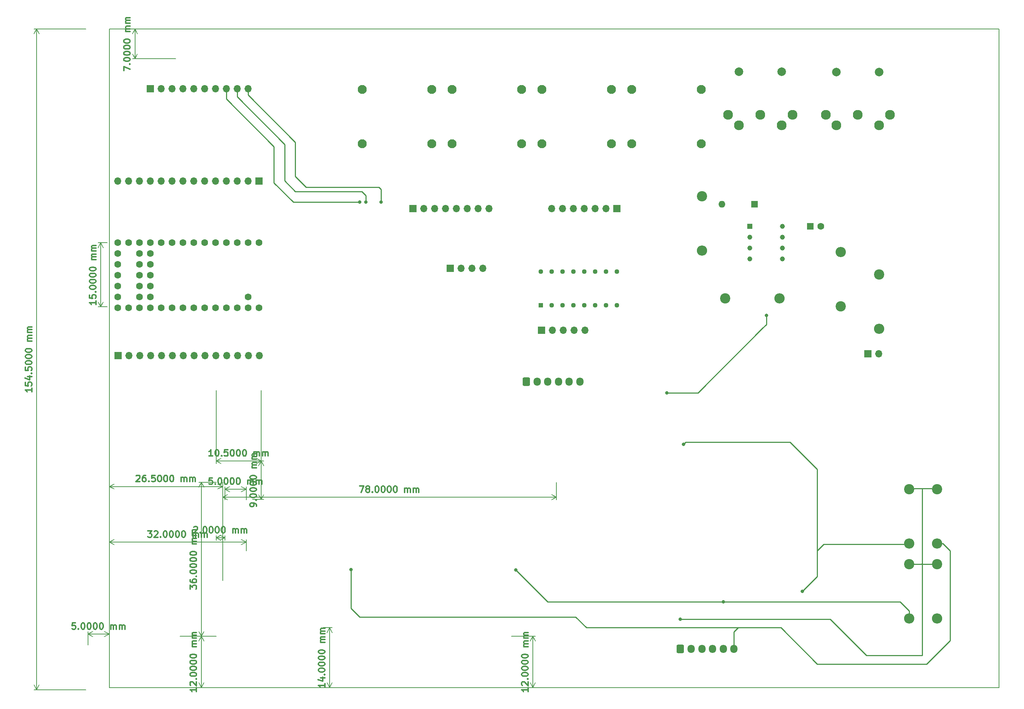
<source format=gbr>
%TF.GenerationSoftware,KiCad,Pcbnew,(6.0.4)*%
%TF.CreationDate,2022-07-25T16:23:06+02:00*%
%TF.ProjectId,MHS_Mobile_Hardware_Sampler_V3,4d48535f-4d6f-4626-996c-655f48617264,rev?*%
%TF.SameCoordinates,Original*%
%TF.FileFunction,Copper,L2,Bot*%
%TF.FilePolarity,Positive*%
%FSLAX46Y46*%
G04 Gerber Fmt 4.6, Leading zero omitted, Abs format (unit mm)*
G04 Created by KiCad (PCBNEW (6.0.4)) date 2022-07-25 16:23:06*
%MOMM*%
%LPD*%
G01*
G04 APERTURE LIST*
G04 Aperture macros list*
%AMRoundRect*
0 Rectangle with rounded corners*
0 $1 Rounding radius*
0 $2 $3 $4 $5 $6 $7 $8 $9 X,Y pos of 4 corners*
0 Add a 4 corners polygon primitive as box body*
4,1,4,$2,$3,$4,$5,$6,$7,$8,$9,$2,$3,0*
0 Add four circle primitives for the rounded corners*
1,1,$1+$1,$2,$3*
1,1,$1+$1,$4,$5*
1,1,$1+$1,$6,$7*
1,1,$1+$1,$8,$9*
0 Add four rect primitives between the rounded corners*
20,1,$1+$1,$2,$3,$4,$5,0*
20,1,$1+$1,$4,$5,$6,$7,0*
20,1,$1+$1,$6,$7,$8,$9,0*
20,1,$1+$1,$8,$9,$2,$3,0*%
G04 Aperture macros list end*
%TA.AperFunction,NonConductor*%
%ADD10C,0.200000*%
%TD*%
%ADD11C,0.300000*%
%TA.AperFunction,NonConductor*%
%ADD12C,0.300000*%
%TD*%
%TA.AperFunction,ComponentPad*%
%ADD13C,1.600000*%
%TD*%
%TA.AperFunction,ComponentPad*%
%ADD14R,1.700000X1.700000*%
%TD*%
%TA.AperFunction,ComponentPad*%
%ADD15O,1.700000X1.700000*%
%TD*%
%TA.AperFunction,ComponentPad*%
%ADD16C,2.400000*%
%TD*%
%TA.AperFunction,ComponentPad*%
%ADD17O,2.400000X2.400000*%
%TD*%
%TA.AperFunction,ComponentPad*%
%ADD18R,1.160000X1.160000*%
%TD*%
%TA.AperFunction,ComponentPad*%
%ADD19C,1.160000*%
%TD*%
%TA.AperFunction,ComponentPad*%
%ADD20RoundRect,0.250000X-0.600000X-0.725000X0.600000X-0.725000X0.600000X0.725000X-0.600000X0.725000X0*%
%TD*%
%TA.AperFunction,ComponentPad*%
%ADD21O,1.700000X1.950000*%
%TD*%
%TA.AperFunction,ComponentPad*%
%ADD22C,2.000000*%
%TD*%
%TA.AperFunction,ComponentPad*%
%ADD23C,2.300000*%
%TD*%
%TA.AperFunction,ComponentPad*%
%ADD24C,2.100000*%
%TD*%
%TA.AperFunction,ComponentPad*%
%ADD25R,1.600000X1.600000*%
%TD*%
%TA.AperFunction,ComponentPad*%
%ADD26O,1.600000X1.600000*%
%TD*%
%TA.AperFunction,ComponentPad*%
%ADD27R,1.130000X1.130000*%
%TD*%
%TA.AperFunction,ComponentPad*%
%ADD28C,1.130000*%
%TD*%
%TA.AperFunction,ViaPad*%
%ADD29C,0.800000*%
%TD*%
%TA.AperFunction,Conductor*%
%ADD30C,0.250000*%
%TD*%
G04 APERTURE END LIST*
D10*
X17000000Y-11000000D02*
X225000000Y-11000000D01*
X225000000Y-11000000D02*
X225000000Y-165000000D01*
X225000000Y-165000000D02*
X17000000Y-165000000D01*
X17000000Y-165000000D02*
X17000000Y-11000000D01*
D11*
D12*
X-1121428Y-95035714D02*
X-1121428Y-95892857D01*
X-1121428Y-95464285D02*
X-2621428Y-95464285D01*
X-2407142Y-95607142D01*
X-2264285Y-95750000D01*
X-2192857Y-95892857D01*
X-2621428Y-93678571D02*
X-2621428Y-94392857D01*
X-1907142Y-94464285D01*
X-1978571Y-94392857D01*
X-2050000Y-94250000D01*
X-2050000Y-93892857D01*
X-1978571Y-93750000D01*
X-1907142Y-93678571D01*
X-1764285Y-93607142D01*
X-1407142Y-93607142D01*
X-1264285Y-93678571D01*
X-1192857Y-93750000D01*
X-1121428Y-93892857D01*
X-1121428Y-94250000D01*
X-1192857Y-94392857D01*
X-1264285Y-94464285D01*
X-2121428Y-92321428D02*
X-1121428Y-92321428D01*
X-2692857Y-92678571D02*
X-1621428Y-93035714D01*
X-1621428Y-92107142D01*
X-1264285Y-91535714D02*
X-1192857Y-91464285D01*
X-1121428Y-91535714D01*
X-1192857Y-91607142D01*
X-1264285Y-91535714D01*
X-1121428Y-91535714D01*
X-2621428Y-90107142D02*
X-2621428Y-90821428D01*
X-1907142Y-90892857D01*
X-1978571Y-90821428D01*
X-2050000Y-90678571D01*
X-2050000Y-90321428D01*
X-1978571Y-90178571D01*
X-1907142Y-90107142D01*
X-1764285Y-90035714D01*
X-1407142Y-90035714D01*
X-1264285Y-90107142D01*
X-1192857Y-90178571D01*
X-1121428Y-90321428D01*
X-1121428Y-90678571D01*
X-1192857Y-90821428D01*
X-1264285Y-90892857D01*
X-2621428Y-89107142D02*
X-2621428Y-88964285D01*
X-2550000Y-88821428D01*
X-2478571Y-88750000D01*
X-2335714Y-88678571D01*
X-2050000Y-88607142D01*
X-1692857Y-88607142D01*
X-1407142Y-88678571D01*
X-1264285Y-88750000D01*
X-1192857Y-88821428D01*
X-1121428Y-88964285D01*
X-1121428Y-89107142D01*
X-1192857Y-89250000D01*
X-1264285Y-89321428D01*
X-1407142Y-89392857D01*
X-1692857Y-89464285D01*
X-2050000Y-89464285D01*
X-2335714Y-89392857D01*
X-2478571Y-89321428D01*
X-2550000Y-89250000D01*
X-2621428Y-89107142D01*
X-2621428Y-87678571D02*
X-2621428Y-87535714D01*
X-2550000Y-87392857D01*
X-2478571Y-87321428D01*
X-2335714Y-87250000D01*
X-2050000Y-87178571D01*
X-1692857Y-87178571D01*
X-1407142Y-87250000D01*
X-1264285Y-87321428D01*
X-1192857Y-87392857D01*
X-1121428Y-87535714D01*
X-1121428Y-87678571D01*
X-1192857Y-87821428D01*
X-1264285Y-87892857D01*
X-1407142Y-87964285D01*
X-1692857Y-88035714D01*
X-2050000Y-88035714D01*
X-2335714Y-87964285D01*
X-2478571Y-87892857D01*
X-2550000Y-87821428D01*
X-2621428Y-87678571D01*
X-2621428Y-86250000D02*
X-2621428Y-86107142D01*
X-2550000Y-85964285D01*
X-2478571Y-85892857D01*
X-2335714Y-85821428D01*
X-2049999Y-85750000D01*
X-1692857Y-85750000D01*
X-1407142Y-85821428D01*
X-1264285Y-85892857D01*
X-1192857Y-85964285D01*
X-1121428Y-86107142D01*
X-1121428Y-86250000D01*
X-1192857Y-86392857D01*
X-1264285Y-86464285D01*
X-1407142Y-86535714D01*
X-1692857Y-86607142D01*
X-2050000Y-86607142D01*
X-2335714Y-86535714D01*
X-2478571Y-86464285D01*
X-2550000Y-86392857D01*
X-2621428Y-86250000D01*
X-1121428Y-83964285D02*
X-2121428Y-83964285D01*
X-1978571Y-83964285D02*
X-2049999Y-83892857D01*
X-2121428Y-83750000D01*
X-2121428Y-83535714D01*
X-2049999Y-83392857D01*
X-1907142Y-83321428D01*
X-1121428Y-83321428D01*
X-1907142Y-83321428D02*
X-2049999Y-83250000D01*
X-2121428Y-83107142D01*
X-2121428Y-82892857D01*
X-2049999Y-82750000D01*
X-1907142Y-82678571D01*
X-1121428Y-82678571D01*
X-1121428Y-81964285D02*
X-2121428Y-81964285D01*
X-1978571Y-81964285D02*
X-2049999Y-81892857D01*
X-2121428Y-81750000D01*
X-2121428Y-81535714D01*
X-2049999Y-81392857D01*
X-1907142Y-81321428D01*
X-1121428Y-81321428D01*
X-1907142Y-81321428D02*
X-2049999Y-81250000D01*
X-2121428Y-81107142D01*
X-2121428Y-80892857D01*
X-2049999Y-80750000D01*
X-1907142Y-80678571D01*
X-1121428Y-80678571D01*
D10*
X11500000Y-11000000D02*
X-586420Y-11000000D01*
X11500000Y-165500000D02*
X-586420Y-165500000D01*
X0Y-11000000D02*
X0Y-165500000D01*
X0Y-11000000D02*
X0Y-165500000D01*
X0Y-11000000D02*
X-586421Y-12126504D01*
X0Y-11000000D02*
X586421Y-12126504D01*
X0Y-165500000D02*
X586421Y-164373496D01*
X0Y-165500000D02*
X-586421Y-164373496D01*
D11*
D12*
X41071428Y-115978571D02*
X40357142Y-115978571D01*
X40285714Y-116692857D01*
X40357142Y-116621428D01*
X40500000Y-116550000D01*
X40857142Y-116550000D01*
X41000000Y-116621428D01*
X41071428Y-116692857D01*
X41142857Y-116835714D01*
X41142857Y-117192857D01*
X41071428Y-117335714D01*
X41000000Y-117407142D01*
X40857142Y-117478571D01*
X40500000Y-117478571D01*
X40357142Y-117407142D01*
X40285714Y-117335714D01*
X41785714Y-117335714D02*
X41857142Y-117407142D01*
X41785714Y-117478571D01*
X41714285Y-117407142D01*
X41785714Y-117335714D01*
X41785714Y-117478571D01*
X42785714Y-115978571D02*
X42928571Y-115978571D01*
X43071428Y-116050000D01*
X43142857Y-116121428D01*
X43214285Y-116264285D01*
X43285714Y-116550000D01*
X43285714Y-116907142D01*
X43214285Y-117192857D01*
X43142857Y-117335714D01*
X43071428Y-117407142D01*
X42928571Y-117478571D01*
X42785714Y-117478571D01*
X42642857Y-117407142D01*
X42571428Y-117335714D01*
X42500000Y-117192857D01*
X42428571Y-116907142D01*
X42428571Y-116550000D01*
X42500000Y-116264285D01*
X42571428Y-116121428D01*
X42642857Y-116050000D01*
X42785714Y-115978571D01*
X44214285Y-115978571D02*
X44357142Y-115978571D01*
X44500000Y-116050000D01*
X44571428Y-116121428D01*
X44642857Y-116264285D01*
X44714285Y-116550000D01*
X44714285Y-116907142D01*
X44642857Y-117192857D01*
X44571428Y-117335714D01*
X44500000Y-117407142D01*
X44357142Y-117478571D01*
X44214285Y-117478571D01*
X44071428Y-117407142D01*
X44000000Y-117335714D01*
X43928571Y-117192857D01*
X43857142Y-116907142D01*
X43857142Y-116550000D01*
X43928571Y-116264285D01*
X44000000Y-116121428D01*
X44071428Y-116050000D01*
X44214285Y-115978571D01*
X45642857Y-115978571D02*
X45785714Y-115978571D01*
X45928571Y-116050000D01*
X46000000Y-116121428D01*
X46071428Y-116264285D01*
X46142857Y-116550000D01*
X46142857Y-116907142D01*
X46071428Y-117192857D01*
X46000000Y-117335714D01*
X45928571Y-117407142D01*
X45785714Y-117478571D01*
X45642857Y-117478571D01*
X45500000Y-117407142D01*
X45428571Y-117335714D01*
X45357142Y-117192857D01*
X45285714Y-116907142D01*
X45285714Y-116550000D01*
X45357142Y-116264285D01*
X45428571Y-116121428D01*
X45500000Y-116050000D01*
X45642857Y-115978571D01*
X47071428Y-115978571D02*
X47214285Y-115978571D01*
X47357142Y-116050000D01*
X47428571Y-116121428D01*
X47500000Y-116264285D01*
X47571428Y-116550000D01*
X47571428Y-116907142D01*
X47500000Y-117192857D01*
X47428571Y-117335714D01*
X47357142Y-117407142D01*
X47214285Y-117478571D01*
X47071428Y-117478571D01*
X46928571Y-117407142D01*
X46857142Y-117335714D01*
X46785714Y-117192857D01*
X46714285Y-116907142D01*
X46714285Y-116550000D01*
X46785714Y-116264285D01*
X46857142Y-116121428D01*
X46928571Y-116050000D01*
X47071428Y-115978571D01*
X49357142Y-117478571D02*
X49357142Y-116478571D01*
X49357142Y-116621428D02*
X49428571Y-116550000D01*
X49571428Y-116478571D01*
X49785714Y-116478571D01*
X49928571Y-116550000D01*
X50000000Y-116692857D01*
X50000000Y-117478571D01*
X50000000Y-116692857D02*
X50071428Y-116550000D01*
X50214285Y-116478571D01*
X50428571Y-116478571D01*
X50571428Y-116550000D01*
X50642857Y-116692857D01*
X50642857Y-117478571D01*
X51357142Y-117478571D02*
X51357142Y-116478571D01*
X51357142Y-116621428D02*
X51428571Y-116550000D01*
X51571428Y-116478571D01*
X51785714Y-116478571D01*
X51928571Y-116550000D01*
X52000000Y-116692857D01*
X52000000Y-117478571D01*
X52000000Y-116692857D02*
X52071428Y-116550000D01*
X52214285Y-116478571D01*
X52428571Y-116478571D01*
X52571428Y-116550000D01*
X52642857Y-116692857D01*
X52642857Y-117478571D01*
D10*
X44000000Y-121100000D02*
X44000000Y-118013580D01*
X49000000Y-121100000D02*
X49000000Y-118013580D01*
X44000000Y-118600000D02*
X49000000Y-118600000D01*
X44000000Y-118600000D02*
X49000000Y-118600000D01*
X44000000Y-118600000D02*
X45126504Y-119186421D01*
X44000000Y-118600000D02*
X45126504Y-118013579D01*
X49000000Y-118600000D02*
X47873496Y-118013579D01*
X49000000Y-118600000D02*
X47873496Y-119186421D01*
D11*
D12*
X9071428Y-149878571D02*
X8357142Y-149878571D01*
X8285714Y-150592857D01*
X8357142Y-150521428D01*
X8500000Y-150450000D01*
X8857142Y-150450000D01*
X9000000Y-150521428D01*
X9071428Y-150592857D01*
X9142857Y-150735714D01*
X9142857Y-151092857D01*
X9071428Y-151235714D01*
X9000000Y-151307142D01*
X8857142Y-151378571D01*
X8500000Y-151378571D01*
X8357142Y-151307142D01*
X8285714Y-151235714D01*
X9785714Y-151235714D02*
X9857142Y-151307142D01*
X9785714Y-151378571D01*
X9714285Y-151307142D01*
X9785714Y-151235714D01*
X9785714Y-151378571D01*
X10785714Y-149878571D02*
X10928571Y-149878571D01*
X11071428Y-149950000D01*
X11142857Y-150021428D01*
X11214285Y-150164285D01*
X11285714Y-150450000D01*
X11285714Y-150807142D01*
X11214285Y-151092857D01*
X11142857Y-151235714D01*
X11071428Y-151307142D01*
X10928571Y-151378571D01*
X10785714Y-151378571D01*
X10642857Y-151307142D01*
X10571428Y-151235714D01*
X10500000Y-151092857D01*
X10428571Y-150807142D01*
X10428571Y-150450000D01*
X10500000Y-150164285D01*
X10571428Y-150021428D01*
X10642857Y-149950000D01*
X10785714Y-149878571D01*
X12214285Y-149878571D02*
X12357142Y-149878571D01*
X12500000Y-149950000D01*
X12571428Y-150021428D01*
X12642857Y-150164285D01*
X12714285Y-150450000D01*
X12714285Y-150807142D01*
X12642857Y-151092857D01*
X12571428Y-151235714D01*
X12500000Y-151307142D01*
X12357142Y-151378571D01*
X12214285Y-151378571D01*
X12071428Y-151307142D01*
X12000000Y-151235714D01*
X11928571Y-151092857D01*
X11857142Y-150807142D01*
X11857142Y-150450000D01*
X11928571Y-150164285D01*
X12000000Y-150021428D01*
X12071428Y-149950000D01*
X12214285Y-149878571D01*
X13642857Y-149878571D02*
X13785714Y-149878571D01*
X13928571Y-149950000D01*
X14000000Y-150021428D01*
X14071428Y-150164285D01*
X14142857Y-150450000D01*
X14142857Y-150807142D01*
X14071428Y-151092857D01*
X14000000Y-151235714D01*
X13928571Y-151307142D01*
X13785714Y-151378571D01*
X13642857Y-151378571D01*
X13500000Y-151307142D01*
X13428571Y-151235714D01*
X13357142Y-151092857D01*
X13285714Y-150807142D01*
X13285714Y-150450000D01*
X13357142Y-150164285D01*
X13428571Y-150021428D01*
X13500000Y-149950000D01*
X13642857Y-149878571D01*
X15071428Y-149878571D02*
X15214285Y-149878571D01*
X15357142Y-149950000D01*
X15428571Y-150021428D01*
X15499999Y-150164285D01*
X15571428Y-150450000D01*
X15571428Y-150807142D01*
X15499999Y-151092857D01*
X15428571Y-151235714D01*
X15357142Y-151307142D01*
X15214285Y-151378571D01*
X15071428Y-151378571D01*
X14928571Y-151307142D01*
X14857142Y-151235714D01*
X14785714Y-151092857D01*
X14714285Y-150807142D01*
X14714285Y-150450000D01*
X14785714Y-150164285D01*
X14857142Y-150021428D01*
X14928571Y-149950000D01*
X15071428Y-149878571D01*
X17357142Y-151378571D02*
X17357142Y-150378571D01*
X17357142Y-150521428D02*
X17428571Y-150450000D01*
X17571428Y-150378571D01*
X17785714Y-150378571D01*
X17928571Y-150450000D01*
X18000000Y-150592857D01*
X18000000Y-151378571D01*
X18000000Y-150592857D02*
X18071428Y-150450000D01*
X18214285Y-150378571D01*
X18428571Y-150378571D01*
X18571428Y-150450000D01*
X18642857Y-150592857D01*
X18642857Y-151378571D01*
X19357142Y-151378571D02*
X19357142Y-150378571D01*
X19357142Y-150521428D02*
X19428571Y-150450000D01*
X19571428Y-150378571D01*
X19785714Y-150378571D01*
X19928571Y-150450000D01*
X20000000Y-150592857D01*
X20000000Y-151378571D01*
X20000000Y-150592857D02*
X20071428Y-150450000D01*
X20214285Y-150378571D01*
X20428571Y-150378571D01*
X20571428Y-150450000D01*
X20642857Y-150592857D01*
X20642857Y-151378571D01*
D10*
X12000000Y-155000000D02*
X12000000Y-151913580D01*
X17000000Y-155000000D02*
X17000000Y-151913580D01*
X12000000Y-152500000D02*
X17000000Y-152500000D01*
X12000000Y-152500000D02*
X17000000Y-152500000D01*
X12000000Y-152500000D02*
X13126504Y-153086421D01*
X12000000Y-152500000D02*
X13126504Y-151913579D01*
X17000000Y-152500000D02*
X15873496Y-151913579D01*
X17000000Y-152500000D02*
X15873496Y-153086421D01*
D11*
D12*
X67378571Y-164071428D02*
X67378571Y-164928571D01*
X67378571Y-164500000D02*
X65878571Y-164500000D01*
X66092857Y-164642857D01*
X66235714Y-164785714D01*
X66307142Y-164928571D01*
X66378571Y-162785714D02*
X67378571Y-162785714D01*
X65807142Y-163142857D02*
X66878571Y-163500000D01*
X66878571Y-162571428D01*
X67235714Y-162000000D02*
X67307142Y-161928571D01*
X67378571Y-162000000D01*
X67307142Y-162071428D01*
X67235714Y-162000000D01*
X67378571Y-162000000D01*
X65878571Y-161000000D02*
X65878571Y-160857142D01*
X65950000Y-160714285D01*
X66021428Y-160642857D01*
X66164285Y-160571428D01*
X66450000Y-160500000D01*
X66807142Y-160500000D01*
X67092857Y-160571428D01*
X67235714Y-160642857D01*
X67307142Y-160714285D01*
X67378571Y-160857142D01*
X67378571Y-161000000D01*
X67307142Y-161142857D01*
X67235714Y-161214285D01*
X67092857Y-161285714D01*
X66807142Y-161357142D01*
X66450000Y-161357142D01*
X66164285Y-161285714D01*
X66021428Y-161214285D01*
X65950000Y-161142857D01*
X65878571Y-161000000D01*
X65878571Y-159571428D02*
X65878571Y-159428571D01*
X65950000Y-159285714D01*
X66021428Y-159214285D01*
X66164285Y-159142857D01*
X66450000Y-159071428D01*
X66807142Y-159071428D01*
X67092857Y-159142857D01*
X67235714Y-159214285D01*
X67307142Y-159285714D01*
X67378571Y-159428571D01*
X67378571Y-159571428D01*
X67307142Y-159714285D01*
X67235714Y-159785714D01*
X67092857Y-159857142D01*
X66807142Y-159928571D01*
X66450000Y-159928571D01*
X66164285Y-159857142D01*
X66021428Y-159785714D01*
X65950000Y-159714285D01*
X65878571Y-159571428D01*
X65878571Y-158142857D02*
X65878571Y-158000000D01*
X65950000Y-157857142D01*
X66021428Y-157785714D01*
X66164285Y-157714285D01*
X66450000Y-157642857D01*
X66807142Y-157642857D01*
X67092857Y-157714285D01*
X67235714Y-157785714D01*
X67307142Y-157857142D01*
X67378571Y-158000000D01*
X67378571Y-158142857D01*
X67307142Y-158285714D01*
X67235714Y-158357142D01*
X67092857Y-158428571D01*
X66807142Y-158500000D01*
X66450000Y-158500000D01*
X66164285Y-158428571D01*
X66021428Y-158357142D01*
X65950000Y-158285714D01*
X65878571Y-158142857D01*
X65878571Y-156714285D02*
X65878571Y-156571428D01*
X65950000Y-156428571D01*
X66021428Y-156357142D01*
X66164285Y-156285714D01*
X66450000Y-156214285D01*
X66807142Y-156214285D01*
X67092857Y-156285714D01*
X67235714Y-156357142D01*
X67307142Y-156428571D01*
X67378571Y-156571428D01*
X67378571Y-156714285D01*
X67307142Y-156857142D01*
X67235714Y-156928571D01*
X67092857Y-157000000D01*
X66807142Y-157071428D01*
X66450000Y-157071428D01*
X66164285Y-157000000D01*
X66021428Y-156928571D01*
X65950000Y-156857142D01*
X65878571Y-156714285D01*
X67378571Y-154428571D02*
X66378571Y-154428571D01*
X66521428Y-154428571D02*
X66450000Y-154357142D01*
X66378571Y-154214285D01*
X66378571Y-154000000D01*
X66450000Y-153857142D01*
X66592857Y-153785714D01*
X67378571Y-153785714D01*
X66592857Y-153785714D02*
X66450000Y-153714285D01*
X66378571Y-153571428D01*
X66378571Y-153357142D01*
X66450000Y-153214285D01*
X66592857Y-153142857D01*
X67378571Y-153142857D01*
X67378571Y-152428571D02*
X66378571Y-152428571D01*
X66521428Y-152428571D02*
X66450000Y-152357142D01*
X66378571Y-152214285D01*
X66378571Y-152000000D01*
X66450000Y-151857142D01*
X66592857Y-151785714D01*
X67378571Y-151785714D01*
X66592857Y-151785714D02*
X66450000Y-151714285D01*
X66378571Y-151571428D01*
X66378571Y-151357142D01*
X66450000Y-151214285D01*
X66592857Y-151142857D01*
X67378571Y-151142857D01*
D10*
X67000001Y-165000000D02*
X69086420Y-165000000D01*
X67000001Y-151000000D02*
X69086420Y-151000000D01*
X68500000Y-165000000D02*
X68500000Y-151000000D01*
X68500000Y-165000000D02*
X68500000Y-151000000D01*
X68500000Y-165000000D02*
X69086421Y-163873496D01*
X68500000Y-165000000D02*
X67913579Y-163873496D01*
X68500000Y-151000000D02*
X67913579Y-152126504D01*
X68500000Y-151000000D02*
X69086421Y-152126504D01*
D11*
D12*
X41178571Y-110878571D02*
X40321428Y-110878571D01*
X40750000Y-110878571D02*
X40750000Y-109378571D01*
X40607142Y-109592857D01*
X40464285Y-109735714D01*
X40321428Y-109807142D01*
X42107142Y-109378571D02*
X42250000Y-109378571D01*
X42392857Y-109450000D01*
X42464285Y-109521428D01*
X42535714Y-109664285D01*
X42607142Y-109950000D01*
X42607142Y-110307142D01*
X42535714Y-110592857D01*
X42464285Y-110735714D01*
X42392857Y-110807142D01*
X42250000Y-110878571D01*
X42107142Y-110878571D01*
X41964285Y-110807142D01*
X41892857Y-110735714D01*
X41821428Y-110592857D01*
X41750000Y-110307142D01*
X41750000Y-109950000D01*
X41821428Y-109664285D01*
X41892857Y-109521428D01*
X41964285Y-109450000D01*
X42107142Y-109378571D01*
X43250000Y-110735714D02*
X43321428Y-110807142D01*
X43250000Y-110878571D01*
X43178571Y-110807142D01*
X43250000Y-110735714D01*
X43250000Y-110878571D01*
X44678571Y-109378571D02*
X43964285Y-109378571D01*
X43892857Y-110092857D01*
X43964285Y-110021428D01*
X44107142Y-109950000D01*
X44464285Y-109950000D01*
X44607142Y-110021428D01*
X44678571Y-110092857D01*
X44750000Y-110235714D01*
X44750000Y-110592857D01*
X44678571Y-110735714D01*
X44607142Y-110807142D01*
X44464285Y-110878571D01*
X44107142Y-110878571D01*
X43964285Y-110807142D01*
X43892857Y-110735714D01*
X45678571Y-109378571D02*
X45821428Y-109378571D01*
X45964285Y-109450000D01*
X46035714Y-109521428D01*
X46107142Y-109664285D01*
X46178571Y-109950000D01*
X46178571Y-110307142D01*
X46107142Y-110592857D01*
X46035714Y-110735714D01*
X45964285Y-110807142D01*
X45821428Y-110878571D01*
X45678571Y-110878571D01*
X45535714Y-110807142D01*
X45464285Y-110735714D01*
X45392857Y-110592857D01*
X45321428Y-110307142D01*
X45321428Y-109950000D01*
X45392857Y-109664285D01*
X45464285Y-109521428D01*
X45535714Y-109450000D01*
X45678571Y-109378571D01*
X47107142Y-109378571D02*
X47250000Y-109378571D01*
X47392857Y-109450000D01*
X47464285Y-109521428D01*
X47535714Y-109664285D01*
X47607142Y-109950000D01*
X47607142Y-110307142D01*
X47535714Y-110592857D01*
X47464285Y-110735714D01*
X47392857Y-110807142D01*
X47250000Y-110878571D01*
X47107142Y-110878571D01*
X46964285Y-110807142D01*
X46892857Y-110735714D01*
X46821428Y-110592857D01*
X46750000Y-110307142D01*
X46750000Y-109950000D01*
X46821428Y-109664285D01*
X46892857Y-109521428D01*
X46964285Y-109450000D01*
X47107142Y-109378571D01*
X48535714Y-109378571D02*
X48678571Y-109378571D01*
X48821428Y-109450000D01*
X48892857Y-109521428D01*
X48964285Y-109664285D01*
X49035714Y-109950000D01*
X49035714Y-110307142D01*
X48964285Y-110592857D01*
X48892857Y-110735714D01*
X48821428Y-110807142D01*
X48678571Y-110878571D01*
X48535714Y-110878571D01*
X48392857Y-110807142D01*
X48321428Y-110735714D01*
X48250000Y-110592857D01*
X48178571Y-110307142D01*
X48178571Y-109950000D01*
X48250000Y-109664285D01*
X48321428Y-109521428D01*
X48392857Y-109450000D01*
X48535714Y-109378571D01*
X50821428Y-110878571D02*
X50821428Y-109878571D01*
X50821428Y-110021428D02*
X50892857Y-109950000D01*
X51035714Y-109878571D01*
X51249999Y-109878571D01*
X51392857Y-109950000D01*
X51464285Y-110092857D01*
X51464285Y-110878571D01*
X51464285Y-110092857D02*
X51535714Y-109950000D01*
X51678571Y-109878571D01*
X51892857Y-109878571D01*
X52035714Y-109950000D01*
X52107142Y-110092857D01*
X52107142Y-110878571D01*
X52821428Y-110878571D02*
X52821428Y-109878571D01*
X52821428Y-110021428D02*
X52892857Y-109950000D01*
X53035714Y-109878571D01*
X53249999Y-109878571D01*
X53392857Y-109950000D01*
X53464285Y-110092857D01*
X53464285Y-110878571D01*
X53464285Y-110092857D02*
X53535714Y-109950000D01*
X53678571Y-109878571D01*
X53892857Y-109878571D01*
X54035714Y-109950000D01*
X54107142Y-110092857D01*
X54107142Y-110878571D01*
D10*
X42000000Y-95500000D02*
X42000000Y-112586420D01*
X52500000Y-95500000D02*
X52500000Y-112586420D01*
X42000000Y-112000000D02*
X52500000Y-112000000D01*
X42000000Y-112000000D02*
X52500000Y-112000000D01*
X42000000Y-112000000D02*
X43126504Y-112586421D01*
X42000000Y-112000000D02*
X43126504Y-111413579D01*
X52500000Y-112000000D02*
X51373496Y-111413579D01*
X52500000Y-112000000D02*
X51373496Y-112586421D01*
D11*
D12*
X13878571Y-74571428D02*
X13878571Y-75428571D01*
X13878571Y-75000000D02*
X12378571Y-75000000D01*
X12592857Y-75142857D01*
X12735714Y-75285714D01*
X12807142Y-75428571D01*
X12378571Y-73214285D02*
X12378571Y-73928571D01*
X13092857Y-74000000D01*
X13021428Y-73928571D01*
X12950000Y-73785714D01*
X12950000Y-73428571D01*
X13021428Y-73285714D01*
X13092857Y-73214285D01*
X13235714Y-73142857D01*
X13592857Y-73142857D01*
X13735714Y-73214285D01*
X13807142Y-73285714D01*
X13878571Y-73428571D01*
X13878571Y-73785714D01*
X13807142Y-73928571D01*
X13735714Y-74000000D01*
X13735714Y-72500000D02*
X13807142Y-72428571D01*
X13878571Y-72500000D01*
X13807142Y-72571428D01*
X13735714Y-72500000D01*
X13878571Y-72500000D01*
X12378571Y-71500000D02*
X12378571Y-71357142D01*
X12450000Y-71214285D01*
X12521428Y-71142857D01*
X12664285Y-71071428D01*
X12950000Y-71000000D01*
X13307142Y-71000000D01*
X13592857Y-71071428D01*
X13735714Y-71142857D01*
X13807142Y-71214285D01*
X13878571Y-71357142D01*
X13878571Y-71500000D01*
X13807142Y-71642857D01*
X13735714Y-71714285D01*
X13592857Y-71785714D01*
X13307142Y-71857142D01*
X12950000Y-71857142D01*
X12664285Y-71785714D01*
X12521428Y-71714285D01*
X12450000Y-71642857D01*
X12378571Y-71500000D01*
X12378571Y-70071428D02*
X12378571Y-69928571D01*
X12450000Y-69785714D01*
X12521428Y-69714285D01*
X12664285Y-69642857D01*
X12950000Y-69571428D01*
X13307142Y-69571428D01*
X13592857Y-69642857D01*
X13735714Y-69714285D01*
X13807142Y-69785714D01*
X13878571Y-69928571D01*
X13878571Y-70071428D01*
X13807142Y-70214285D01*
X13735714Y-70285714D01*
X13592857Y-70357142D01*
X13307142Y-70428571D01*
X12950000Y-70428571D01*
X12664285Y-70357142D01*
X12521428Y-70285714D01*
X12450000Y-70214285D01*
X12378571Y-70071428D01*
X12378571Y-68642857D02*
X12378571Y-68500000D01*
X12450000Y-68357142D01*
X12521428Y-68285714D01*
X12664285Y-68214285D01*
X12950000Y-68142857D01*
X13307142Y-68142857D01*
X13592857Y-68214285D01*
X13735714Y-68285714D01*
X13807142Y-68357142D01*
X13878571Y-68500000D01*
X13878571Y-68642857D01*
X13807142Y-68785714D01*
X13735714Y-68857142D01*
X13592857Y-68928571D01*
X13307142Y-69000000D01*
X12950000Y-69000000D01*
X12664285Y-68928571D01*
X12521428Y-68857142D01*
X12450000Y-68785714D01*
X12378571Y-68642857D01*
X12378571Y-67214285D02*
X12378571Y-67071428D01*
X12450000Y-66928571D01*
X12521428Y-66857142D01*
X12664285Y-66785714D01*
X12950000Y-66714285D01*
X13307142Y-66714285D01*
X13592857Y-66785714D01*
X13735714Y-66857142D01*
X13807142Y-66928571D01*
X13878571Y-67071428D01*
X13878571Y-67214285D01*
X13807142Y-67357142D01*
X13735714Y-67428571D01*
X13592857Y-67500000D01*
X13307142Y-67571428D01*
X12950000Y-67571428D01*
X12664285Y-67500000D01*
X12521428Y-67428571D01*
X12450000Y-67357142D01*
X12378571Y-67214285D01*
X13878571Y-64928571D02*
X12878571Y-64928571D01*
X13021428Y-64928571D02*
X12950000Y-64857142D01*
X12878571Y-64714285D01*
X12878571Y-64500000D01*
X12950000Y-64357142D01*
X13092857Y-64285714D01*
X13878571Y-64285714D01*
X13092857Y-64285714D02*
X12950000Y-64214285D01*
X12878571Y-64071428D01*
X12878571Y-63857142D01*
X12950000Y-63714285D01*
X13092857Y-63642857D01*
X13878571Y-63642857D01*
X13878571Y-62928571D02*
X12878571Y-62928571D01*
X13021428Y-62928571D02*
X12950000Y-62857142D01*
X12878571Y-62714285D01*
X12878571Y-62500000D01*
X12950000Y-62357142D01*
X13092857Y-62285714D01*
X13878571Y-62285714D01*
X13092857Y-62285714D02*
X12950000Y-62214285D01*
X12878571Y-62071428D01*
X12878571Y-61857142D01*
X12950000Y-61714285D01*
X13092857Y-61642857D01*
X13878571Y-61642857D01*
D10*
X16499999Y-61000000D02*
X14413580Y-61000000D01*
X16499999Y-76000000D02*
X14413580Y-76000000D01*
X15000000Y-61000000D02*
X15000000Y-76000000D01*
X15000000Y-61000000D02*
X15000000Y-76000000D01*
X15000000Y-61000000D02*
X14413579Y-62126504D01*
X15000000Y-61000000D02*
X15586421Y-62126504D01*
X15000000Y-76000000D02*
X15586421Y-74873496D01*
X15000000Y-76000000D02*
X14413579Y-74873496D01*
D11*
D12*
X23321428Y-115521428D02*
X23392857Y-115450000D01*
X23535714Y-115378571D01*
X23892857Y-115378571D01*
X24035714Y-115450000D01*
X24107142Y-115521428D01*
X24178571Y-115664285D01*
X24178571Y-115807142D01*
X24107142Y-116021428D01*
X23249999Y-116878571D01*
X24178571Y-116878571D01*
X25464285Y-115378571D02*
X25178571Y-115378571D01*
X25035714Y-115450000D01*
X24964285Y-115521428D01*
X24821428Y-115735714D01*
X24749999Y-116021428D01*
X24749999Y-116592857D01*
X24821428Y-116735714D01*
X24892857Y-116807142D01*
X25035714Y-116878571D01*
X25321428Y-116878571D01*
X25464285Y-116807142D01*
X25535714Y-116735714D01*
X25607142Y-116592857D01*
X25607142Y-116235714D01*
X25535714Y-116092857D01*
X25464285Y-116021428D01*
X25321428Y-115950000D01*
X25035714Y-115950000D01*
X24892857Y-116021428D01*
X24821428Y-116092857D01*
X24749999Y-116235714D01*
X26249999Y-116735714D02*
X26321428Y-116807142D01*
X26249999Y-116878571D01*
X26178571Y-116807142D01*
X26249999Y-116735714D01*
X26249999Y-116878571D01*
X27678571Y-115378571D02*
X26964285Y-115378571D01*
X26892857Y-116092857D01*
X26964285Y-116021428D01*
X27107142Y-115950000D01*
X27464285Y-115950000D01*
X27607142Y-116021428D01*
X27678571Y-116092857D01*
X27749999Y-116235714D01*
X27749999Y-116592857D01*
X27678571Y-116735714D01*
X27607142Y-116807142D01*
X27464285Y-116878571D01*
X27107142Y-116878571D01*
X26964285Y-116807142D01*
X26892857Y-116735714D01*
X28678571Y-115378571D02*
X28821428Y-115378571D01*
X28964285Y-115450000D01*
X29035714Y-115521428D01*
X29107142Y-115664285D01*
X29178571Y-115950000D01*
X29178571Y-116307142D01*
X29107142Y-116592857D01*
X29035714Y-116735714D01*
X28964285Y-116807142D01*
X28821428Y-116878571D01*
X28678571Y-116878571D01*
X28535714Y-116807142D01*
X28464285Y-116735714D01*
X28392857Y-116592857D01*
X28321428Y-116307142D01*
X28321428Y-115950000D01*
X28392857Y-115664285D01*
X28464285Y-115521428D01*
X28535714Y-115450000D01*
X28678571Y-115378571D01*
X30107142Y-115378571D02*
X30249999Y-115378571D01*
X30392857Y-115450000D01*
X30464285Y-115521428D01*
X30535714Y-115664285D01*
X30607142Y-115950000D01*
X30607142Y-116307142D01*
X30535714Y-116592857D01*
X30464285Y-116735714D01*
X30392857Y-116807142D01*
X30249999Y-116878571D01*
X30107142Y-116878571D01*
X29964285Y-116807142D01*
X29892857Y-116735714D01*
X29821428Y-116592857D01*
X29749999Y-116307142D01*
X29749999Y-115950000D01*
X29821428Y-115664285D01*
X29892857Y-115521428D01*
X29964285Y-115450000D01*
X30107142Y-115378571D01*
X31535714Y-115378571D02*
X31678571Y-115378571D01*
X31821428Y-115450000D01*
X31892857Y-115521428D01*
X31964285Y-115664285D01*
X32035714Y-115950000D01*
X32035714Y-116307142D01*
X31964285Y-116592857D01*
X31892857Y-116735714D01*
X31821428Y-116807142D01*
X31678571Y-116878571D01*
X31535714Y-116878571D01*
X31392857Y-116807142D01*
X31321428Y-116735714D01*
X31249999Y-116592857D01*
X31178571Y-116307142D01*
X31178571Y-115950000D01*
X31249999Y-115664285D01*
X31321428Y-115521428D01*
X31392857Y-115450000D01*
X31535714Y-115378571D01*
X33821428Y-116878571D02*
X33821428Y-115878571D01*
X33821428Y-116021428D02*
X33892857Y-115950000D01*
X34035714Y-115878571D01*
X34249999Y-115878571D01*
X34392857Y-115950000D01*
X34464285Y-116092857D01*
X34464285Y-116878571D01*
X34464285Y-116092857D02*
X34535714Y-115950000D01*
X34678571Y-115878571D01*
X34892857Y-115878571D01*
X35035714Y-115950000D01*
X35107142Y-116092857D01*
X35107142Y-116878571D01*
X35821428Y-116878571D02*
X35821428Y-115878571D01*
X35821428Y-116021428D02*
X35892857Y-115950000D01*
X36035714Y-115878571D01*
X36249999Y-115878571D01*
X36392857Y-115950000D01*
X36464285Y-116092857D01*
X36464285Y-116878571D01*
X36464285Y-116092857D02*
X36535714Y-115950000D01*
X36678571Y-115878571D01*
X36892857Y-115878571D01*
X37035714Y-115950000D01*
X37107142Y-116092857D01*
X37107142Y-116878571D01*
D10*
X17000000Y-140000000D02*
X17000000Y-117413580D01*
X43500000Y-140000000D02*
X43500000Y-117413580D01*
X17000000Y-118000000D02*
X43500000Y-118000000D01*
X17000000Y-118000000D02*
X43500000Y-118000000D01*
X17000000Y-118000000D02*
X18126504Y-118586421D01*
X17000000Y-118000000D02*
X18126504Y-117413579D01*
X43500000Y-118000000D02*
X42373496Y-117413579D01*
X43500000Y-118000000D02*
X42373496Y-118586421D01*
D11*
D12*
X36785714Y-127521428D02*
X36857142Y-127450000D01*
X37000000Y-127378571D01*
X37357142Y-127378571D01*
X37500000Y-127450000D01*
X37571428Y-127521428D01*
X37642857Y-127664285D01*
X37642857Y-127807142D01*
X37571428Y-128021428D01*
X36714285Y-128878571D01*
X37642857Y-128878571D01*
X38285714Y-128735714D02*
X38357142Y-128807142D01*
X38285714Y-128878571D01*
X38214285Y-128807142D01*
X38285714Y-128735714D01*
X38285714Y-128878571D01*
X39285714Y-127378571D02*
X39428571Y-127378571D01*
X39571428Y-127450000D01*
X39642857Y-127521428D01*
X39714285Y-127664285D01*
X39785714Y-127950000D01*
X39785714Y-128307142D01*
X39714285Y-128592857D01*
X39642857Y-128735714D01*
X39571428Y-128807142D01*
X39428571Y-128878571D01*
X39285714Y-128878571D01*
X39142857Y-128807142D01*
X39071428Y-128735714D01*
X39000000Y-128592857D01*
X38928571Y-128307142D01*
X38928571Y-127950000D01*
X39000000Y-127664285D01*
X39071428Y-127521428D01*
X39142857Y-127450000D01*
X39285714Y-127378571D01*
X40714285Y-127378571D02*
X40857142Y-127378571D01*
X41000000Y-127450000D01*
X41071428Y-127521428D01*
X41142857Y-127664285D01*
X41214285Y-127950000D01*
X41214285Y-128307142D01*
X41142857Y-128592857D01*
X41071428Y-128735714D01*
X41000000Y-128807142D01*
X40857142Y-128878571D01*
X40714285Y-128878571D01*
X40571428Y-128807142D01*
X40500000Y-128735714D01*
X40428571Y-128592857D01*
X40357142Y-128307142D01*
X40357142Y-127950000D01*
X40428571Y-127664285D01*
X40500000Y-127521428D01*
X40571428Y-127450000D01*
X40714285Y-127378571D01*
X42142857Y-127378571D02*
X42285714Y-127378571D01*
X42428571Y-127450000D01*
X42500000Y-127521428D01*
X42571428Y-127664285D01*
X42642857Y-127950000D01*
X42642857Y-128307142D01*
X42571428Y-128592857D01*
X42500000Y-128735714D01*
X42428571Y-128807142D01*
X42285714Y-128878571D01*
X42142857Y-128878571D01*
X42000000Y-128807142D01*
X41928571Y-128735714D01*
X41857142Y-128592857D01*
X41785714Y-128307142D01*
X41785714Y-127950000D01*
X41857142Y-127664285D01*
X41928571Y-127521428D01*
X42000000Y-127450000D01*
X42142857Y-127378571D01*
X43571428Y-127378571D02*
X43714285Y-127378571D01*
X43857142Y-127450000D01*
X43928571Y-127521428D01*
X44000000Y-127664285D01*
X44071428Y-127950000D01*
X44071428Y-128307142D01*
X44000000Y-128592857D01*
X43928571Y-128735714D01*
X43857142Y-128807142D01*
X43714285Y-128878571D01*
X43571428Y-128878571D01*
X43428571Y-128807142D01*
X43357142Y-128735714D01*
X43285714Y-128592857D01*
X43214285Y-128307142D01*
X43214285Y-127950000D01*
X43285714Y-127664285D01*
X43357142Y-127521428D01*
X43428571Y-127450000D01*
X43571428Y-127378571D01*
X45857142Y-128878571D02*
X45857142Y-127878571D01*
X45857142Y-128021428D02*
X45928571Y-127950000D01*
X46071428Y-127878571D01*
X46285714Y-127878571D01*
X46428571Y-127950000D01*
X46500000Y-128092857D01*
X46500000Y-128878571D01*
X46500000Y-128092857D02*
X46571428Y-127950000D01*
X46714285Y-127878571D01*
X46928571Y-127878571D01*
X47071428Y-127950000D01*
X47142857Y-128092857D01*
X47142857Y-128878571D01*
X47857142Y-128878571D02*
X47857142Y-127878571D01*
X47857142Y-128021428D02*
X47928571Y-127950000D01*
X48071428Y-127878571D01*
X48285714Y-127878571D01*
X48428571Y-127950000D01*
X48500000Y-128092857D01*
X48500000Y-128878571D01*
X48500000Y-128092857D02*
X48571428Y-127950000D01*
X48714285Y-127878571D01*
X48928571Y-127878571D01*
X49071428Y-127950000D01*
X49142857Y-128092857D01*
X49142857Y-128878571D01*
D10*
X42000000Y-129500000D02*
X42000000Y-130586420D01*
X44000000Y-129500000D02*
X44000000Y-130586420D01*
X42000000Y-130000000D02*
X44000000Y-130000000D01*
X42000000Y-130000000D02*
X44000000Y-130000000D01*
X42000000Y-130000000D02*
X43126504Y-130586421D01*
X42000000Y-130000000D02*
X43126504Y-129413579D01*
X44000000Y-130000000D02*
X42873496Y-129413579D01*
X44000000Y-130000000D02*
X42873496Y-130586421D01*
D11*
D12*
X37378571Y-165071428D02*
X37378571Y-165928571D01*
X37378571Y-165500000D02*
X35878571Y-165500000D01*
X36092857Y-165642857D01*
X36235714Y-165785714D01*
X36307142Y-165928571D01*
X36021428Y-164500000D02*
X35950000Y-164428571D01*
X35878571Y-164285714D01*
X35878571Y-163928571D01*
X35950000Y-163785714D01*
X36021428Y-163714285D01*
X36164285Y-163642857D01*
X36307142Y-163642857D01*
X36521428Y-163714285D01*
X37378571Y-164571428D01*
X37378571Y-163642857D01*
X37235714Y-163000000D02*
X37307142Y-162928571D01*
X37378571Y-163000000D01*
X37307142Y-163071428D01*
X37235714Y-163000000D01*
X37378571Y-163000000D01*
X35878571Y-162000000D02*
X35878571Y-161857142D01*
X35950000Y-161714285D01*
X36021428Y-161642857D01*
X36164285Y-161571428D01*
X36450000Y-161500000D01*
X36807142Y-161500000D01*
X37092857Y-161571428D01*
X37235714Y-161642857D01*
X37307142Y-161714285D01*
X37378571Y-161857142D01*
X37378571Y-162000000D01*
X37307142Y-162142857D01*
X37235714Y-162214285D01*
X37092857Y-162285714D01*
X36807142Y-162357142D01*
X36450000Y-162357142D01*
X36164285Y-162285714D01*
X36021428Y-162214285D01*
X35950000Y-162142857D01*
X35878571Y-162000000D01*
X35878571Y-160571428D02*
X35878571Y-160428571D01*
X35950000Y-160285714D01*
X36021428Y-160214285D01*
X36164285Y-160142857D01*
X36450000Y-160071428D01*
X36807142Y-160071428D01*
X37092857Y-160142857D01*
X37235714Y-160214285D01*
X37307142Y-160285714D01*
X37378571Y-160428571D01*
X37378571Y-160571428D01*
X37307142Y-160714285D01*
X37235714Y-160785714D01*
X37092857Y-160857142D01*
X36807142Y-160928571D01*
X36450000Y-160928571D01*
X36164285Y-160857142D01*
X36021428Y-160785714D01*
X35950000Y-160714285D01*
X35878571Y-160571428D01*
X35878571Y-159142857D02*
X35878571Y-159000000D01*
X35950000Y-158857142D01*
X36021428Y-158785714D01*
X36164285Y-158714285D01*
X36450000Y-158642857D01*
X36807142Y-158642857D01*
X37092857Y-158714285D01*
X37235714Y-158785714D01*
X37307142Y-158857142D01*
X37378571Y-159000000D01*
X37378571Y-159142857D01*
X37307142Y-159285714D01*
X37235714Y-159357142D01*
X37092857Y-159428571D01*
X36807142Y-159500000D01*
X36450000Y-159500000D01*
X36164285Y-159428571D01*
X36021428Y-159357142D01*
X35950000Y-159285714D01*
X35878571Y-159142857D01*
X35878571Y-157714285D02*
X35878571Y-157571428D01*
X35950000Y-157428571D01*
X36021428Y-157357142D01*
X36164285Y-157285714D01*
X36450000Y-157214285D01*
X36807142Y-157214285D01*
X37092857Y-157285714D01*
X37235714Y-157357142D01*
X37307142Y-157428571D01*
X37378571Y-157571428D01*
X37378571Y-157714285D01*
X37307142Y-157857142D01*
X37235714Y-157928571D01*
X37092857Y-158000000D01*
X36807142Y-158071428D01*
X36450000Y-158071428D01*
X36164285Y-158000000D01*
X36021428Y-157928571D01*
X35950000Y-157857142D01*
X35878571Y-157714285D01*
X37378571Y-155428571D02*
X36378571Y-155428571D01*
X36521428Y-155428571D02*
X36450000Y-155357142D01*
X36378571Y-155214285D01*
X36378571Y-155000000D01*
X36450000Y-154857142D01*
X36592857Y-154785714D01*
X37378571Y-154785714D01*
X36592857Y-154785714D02*
X36450000Y-154714285D01*
X36378571Y-154571428D01*
X36378571Y-154357142D01*
X36450000Y-154214285D01*
X36592857Y-154142857D01*
X37378571Y-154142857D01*
X37378571Y-153428571D02*
X36378571Y-153428571D01*
X36521428Y-153428571D02*
X36450000Y-153357142D01*
X36378571Y-153214285D01*
X36378571Y-153000000D01*
X36450000Y-152857142D01*
X36592857Y-152785714D01*
X37378571Y-152785714D01*
X36592857Y-152785714D02*
X36450000Y-152714285D01*
X36378571Y-152571428D01*
X36378571Y-152357142D01*
X36450000Y-152214285D01*
X36592857Y-152142857D01*
X37378571Y-152142857D01*
D10*
X33500000Y-165000000D02*
X39086420Y-165000000D01*
X33500000Y-153000000D02*
X39086420Y-153000000D01*
X38500000Y-165000000D02*
X38500000Y-153000000D01*
X38500000Y-165000000D02*
X38500000Y-153000000D01*
X38500000Y-165000000D02*
X39086421Y-163873496D01*
X38500000Y-165000000D02*
X37913579Y-163873496D01*
X38500000Y-153000000D02*
X37913579Y-154126504D01*
X38500000Y-153000000D02*
X39086421Y-154126504D01*
D11*
D12*
X20378571Y-20785714D02*
X20378571Y-19785714D01*
X21878571Y-20428571D01*
X21735714Y-19214285D02*
X21807142Y-19142857D01*
X21878571Y-19214285D01*
X21807142Y-19285714D01*
X21735714Y-19214285D01*
X21878571Y-19214285D01*
X20378571Y-18214285D02*
X20378571Y-18071428D01*
X20450000Y-17928571D01*
X20521428Y-17857142D01*
X20664285Y-17785714D01*
X20950000Y-17714285D01*
X21307142Y-17714285D01*
X21592857Y-17785714D01*
X21735714Y-17857142D01*
X21807142Y-17928571D01*
X21878571Y-18071428D01*
X21878571Y-18214285D01*
X21807142Y-18357142D01*
X21735714Y-18428571D01*
X21592857Y-18500000D01*
X21307142Y-18571428D01*
X20950000Y-18571428D01*
X20664285Y-18500000D01*
X20521428Y-18428571D01*
X20450000Y-18357142D01*
X20378571Y-18214285D01*
X20378571Y-16785714D02*
X20378571Y-16642857D01*
X20450000Y-16500000D01*
X20521428Y-16428571D01*
X20664285Y-16357142D01*
X20950000Y-16285714D01*
X21307142Y-16285714D01*
X21592857Y-16357142D01*
X21735714Y-16428571D01*
X21807142Y-16500000D01*
X21878571Y-16642857D01*
X21878571Y-16785714D01*
X21807142Y-16928571D01*
X21735714Y-17000000D01*
X21592857Y-17071428D01*
X21307142Y-17142857D01*
X20950000Y-17142857D01*
X20664285Y-17071428D01*
X20521428Y-17000000D01*
X20450000Y-16928571D01*
X20378571Y-16785714D01*
X20378571Y-15357142D02*
X20378571Y-15214285D01*
X20450000Y-15071428D01*
X20521428Y-15000000D01*
X20664285Y-14928571D01*
X20950000Y-14857142D01*
X21307142Y-14857142D01*
X21592857Y-14928571D01*
X21735714Y-15000000D01*
X21807142Y-15071428D01*
X21878571Y-15214285D01*
X21878571Y-15357142D01*
X21807142Y-15500000D01*
X21735714Y-15571428D01*
X21592857Y-15642857D01*
X21307142Y-15714285D01*
X20950000Y-15714285D01*
X20664285Y-15642857D01*
X20521428Y-15571428D01*
X20450000Y-15500000D01*
X20378571Y-15357142D01*
X20378571Y-13928571D02*
X20378571Y-13785714D01*
X20450000Y-13642857D01*
X20521428Y-13571428D01*
X20664285Y-13500000D01*
X20950000Y-13428571D01*
X21307142Y-13428571D01*
X21592857Y-13500000D01*
X21735714Y-13571428D01*
X21807142Y-13642857D01*
X21878571Y-13785714D01*
X21878571Y-13928571D01*
X21807142Y-14071428D01*
X21735714Y-14142857D01*
X21592857Y-14214285D01*
X21307142Y-14285714D01*
X20950000Y-14285714D01*
X20664285Y-14214285D01*
X20521428Y-14142857D01*
X20450000Y-14071428D01*
X20378571Y-13928571D01*
X21878571Y-11642857D02*
X20878571Y-11642857D01*
X21021428Y-11642857D02*
X20950000Y-11571428D01*
X20878571Y-11428571D01*
X20878571Y-11214285D01*
X20950000Y-11071428D01*
X21092857Y-11000000D01*
X21878571Y-11000000D01*
X21092857Y-11000000D02*
X20950000Y-10928571D01*
X20878571Y-10785714D01*
X20878571Y-10571428D01*
X20950000Y-10428571D01*
X21092857Y-10357142D01*
X21878571Y-10357142D01*
X21878571Y-9642857D02*
X20878571Y-9642857D01*
X21021428Y-9642857D02*
X20950000Y-9571428D01*
X20878571Y-9428571D01*
X20878571Y-9214285D01*
X20950000Y-9071428D01*
X21092857Y-9000000D01*
X21878571Y-9000000D01*
X21092857Y-9000000D02*
X20950000Y-8928571D01*
X20878571Y-8785714D01*
X20878571Y-8571428D01*
X20950000Y-8428571D01*
X21092857Y-8357142D01*
X21878571Y-8357142D01*
D10*
X32500000Y-18000000D02*
X22413580Y-18000000D01*
X32500000Y-11000000D02*
X22413580Y-11000000D01*
X23000000Y-18000000D02*
X23000000Y-11000000D01*
X23000000Y-18000000D02*
X23000000Y-11000000D01*
X23000000Y-18000000D02*
X23586421Y-16873496D01*
X23000000Y-18000000D02*
X22413579Y-16873496D01*
X23000000Y-11000000D02*
X22413579Y-12126504D01*
X23000000Y-11000000D02*
X23586421Y-12126504D01*
D11*
D12*
X51378571Y-122571428D02*
X51378571Y-122285714D01*
X51307142Y-122142857D01*
X51235714Y-122071428D01*
X51021428Y-121928571D01*
X50735714Y-121857142D01*
X50164285Y-121857142D01*
X50021428Y-121928571D01*
X49950000Y-122000000D01*
X49878571Y-122142857D01*
X49878571Y-122428571D01*
X49950000Y-122571428D01*
X50021428Y-122642857D01*
X50164285Y-122714285D01*
X50521428Y-122714285D01*
X50664285Y-122642857D01*
X50735714Y-122571428D01*
X50807142Y-122428571D01*
X50807142Y-122142857D01*
X50735714Y-122000000D01*
X50664285Y-121928571D01*
X50521428Y-121857142D01*
X51235714Y-121214285D02*
X51307142Y-121142857D01*
X51378571Y-121214285D01*
X51307142Y-121285714D01*
X51235714Y-121214285D01*
X51378571Y-121214285D01*
X49878571Y-120214285D02*
X49878571Y-120071428D01*
X49950000Y-119928571D01*
X50021428Y-119857142D01*
X50164285Y-119785714D01*
X50450000Y-119714285D01*
X50807142Y-119714285D01*
X51092857Y-119785714D01*
X51235714Y-119857142D01*
X51307142Y-119928571D01*
X51378571Y-120071428D01*
X51378571Y-120214285D01*
X51307142Y-120357142D01*
X51235714Y-120428571D01*
X51092857Y-120500000D01*
X50807142Y-120571428D01*
X50450000Y-120571428D01*
X50164285Y-120500000D01*
X50021428Y-120428571D01*
X49950000Y-120357142D01*
X49878571Y-120214285D01*
X49878571Y-118785714D02*
X49878571Y-118642857D01*
X49950000Y-118500000D01*
X50021428Y-118428571D01*
X50164285Y-118357142D01*
X50450000Y-118285714D01*
X50807142Y-118285714D01*
X51092857Y-118357142D01*
X51235714Y-118428571D01*
X51307142Y-118500000D01*
X51378571Y-118642857D01*
X51378571Y-118785714D01*
X51307142Y-118928571D01*
X51235714Y-119000000D01*
X51092857Y-119071428D01*
X50807142Y-119142857D01*
X50450000Y-119142857D01*
X50164285Y-119071428D01*
X50021428Y-119000000D01*
X49950000Y-118928571D01*
X49878571Y-118785714D01*
X49878571Y-117357142D02*
X49878571Y-117214285D01*
X49950000Y-117071428D01*
X50021428Y-117000000D01*
X50164285Y-116928571D01*
X50450000Y-116857142D01*
X50807142Y-116857142D01*
X51092857Y-116928571D01*
X51235714Y-117000000D01*
X51307142Y-117071428D01*
X51378571Y-117214285D01*
X51378571Y-117357142D01*
X51307142Y-117500000D01*
X51235714Y-117571428D01*
X51092857Y-117642857D01*
X50807142Y-117714285D01*
X50450000Y-117714285D01*
X50164285Y-117642857D01*
X50021428Y-117571428D01*
X49950000Y-117500000D01*
X49878571Y-117357142D01*
X49878571Y-115928571D02*
X49878571Y-115785714D01*
X49950000Y-115642857D01*
X50021428Y-115571428D01*
X50164285Y-115500000D01*
X50450000Y-115428571D01*
X50807142Y-115428571D01*
X51092857Y-115500000D01*
X51235714Y-115571428D01*
X51307142Y-115642857D01*
X51378571Y-115785714D01*
X51378571Y-115928571D01*
X51307142Y-116071428D01*
X51235714Y-116142857D01*
X51092857Y-116214285D01*
X50807142Y-116285714D01*
X50450000Y-116285714D01*
X50164285Y-116214285D01*
X50021428Y-116142857D01*
X49950000Y-116071428D01*
X49878571Y-115928571D01*
X51378571Y-113642857D02*
X50378571Y-113642857D01*
X50521428Y-113642857D02*
X50450000Y-113571428D01*
X50378571Y-113428571D01*
X50378571Y-113214285D01*
X50450000Y-113071428D01*
X50592857Y-113000000D01*
X51378571Y-113000000D01*
X50592857Y-113000000D02*
X50450000Y-112928571D01*
X50378571Y-112785714D01*
X50378571Y-112571428D01*
X50450000Y-112428571D01*
X50592857Y-112357142D01*
X51378571Y-112357142D01*
X51378571Y-111642857D02*
X50378571Y-111642857D01*
X50521428Y-111642857D02*
X50450000Y-111571428D01*
X50378571Y-111428571D01*
X50378571Y-111214285D01*
X50450000Y-111071428D01*
X50592857Y-111000000D01*
X51378571Y-111000000D01*
X50592857Y-111000000D02*
X50450000Y-110928571D01*
X50378571Y-110785714D01*
X50378571Y-110571428D01*
X50450000Y-110428571D01*
X50592857Y-110357142D01*
X51378571Y-110357142D01*
D10*
X50500000Y-121000000D02*
X53086420Y-121000000D01*
X50500000Y-112000000D02*
X53086420Y-112000000D01*
X52500000Y-121000000D02*
X52500000Y-112000000D01*
X52500000Y-121000000D02*
X52500000Y-112000000D01*
X52500000Y-121000000D02*
X53086421Y-119873496D01*
X52500000Y-121000000D02*
X51913579Y-119873496D01*
X52500000Y-112000000D02*
X51913579Y-113126504D01*
X52500000Y-112000000D02*
X53086421Y-113126504D01*
D11*
D12*
X35878571Y-142000000D02*
X35878571Y-141071428D01*
X36450000Y-141571428D01*
X36450000Y-141357142D01*
X36521428Y-141214285D01*
X36592857Y-141142857D01*
X36735714Y-141071428D01*
X37092857Y-141071428D01*
X37235714Y-141142857D01*
X37307142Y-141214285D01*
X37378571Y-141357142D01*
X37378571Y-141785714D01*
X37307142Y-141928571D01*
X37235714Y-142000000D01*
X35878571Y-139785714D02*
X35878571Y-140071428D01*
X35950000Y-140214285D01*
X36021428Y-140285714D01*
X36235714Y-140428571D01*
X36521428Y-140500000D01*
X37092857Y-140500000D01*
X37235714Y-140428571D01*
X37307142Y-140357142D01*
X37378571Y-140214285D01*
X37378571Y-139928571D01*
X37307142Y-139785714D01*
X37235714Y-139714285D01*
X37092857Y-139642857D01*
X36735714Y-139642857D01*
X36592857Y-139714285D01*
X36521428Y-139785714D01*
X36450000Y-139928571D01*
X36450000Y-140214285D01*
X36521428Y-140357142D01*
X36592857Y-140428571D01*
X36735714Y-140500000D01*
X37235714Y-139000000D02*
X37307142Y-138928571D01*
X37378571Y-139000000D01*
X37307142Y-139071428D01*
X37235714Y-139000000D01*
X37378571Y-139000000D01*
X35878571Y-138000000D02*
X35878571Y-137857142D01*
X35950000Y-137714285D01*
X36021428Y-137642857D01*
X36164285Y-137571428D01*
X36450000Y-137500000D01*
X36807142Y-137500000D01*
X37092857Y-137571428D01*
X37235714Y-137642857D01*
X37307142Y-137714285D01*
X37378571Y-137857142D01*
X37378571Y-138000000D01*
X37307142Y-138142857D01*
X37235714Y-138214285D01*
X37092857Y-138285714D01*
X36807142Y-138357142D01*
X36450000Y-138357142D01*
X36164285Y-138285714D01*
X36021428Y-138214285D01*
X35950000Y-138142857D01*
X35878571Y-138000000D01*
X35878571Y-136571428D02*
X35878571Y-136428571D01*
X35950000Y-136285714D01*
X36021428Y-136214285D01*
X36164285Y-136142857D01*
X36450000Y-136071428D01*
X36807142Y-136071428D01*
X37092857Y-136142857D01*
X37235714Y-136214285D01*
X37307142Y-136285714D01*
X37378571Y-136428571D01*
X37378571Y-136571428D01*
X37307142Y-136714285D01*
X37235714Y-136785714D01*
X37092857Y-136857142D01*
X36807142Y-136928571D01*
X36450000Y-136928571D01*
X36164285Y-136857142D01*
X36021428Y-136785714D01*
X35950000Y-136714285D01*
X35878571Y-136571428D01*
X35878571Y-135142857D02*
X35878571Y-135000000D01*
X35950000Y-134857142D01*
X36021428Y-134785714D01*
X36164285Y-134714285D01*
X36450000Y-134642857D01*
X36807142Y-134642857D01*
X37092857Y-134714285D01*
X37235714Y-134785714D01*
X37307142Y-134857142D01*
X37378571Y-135000000D01*
X37378571Y-135142857D01*
X37307142Y-135285714D01*
X37235714Y-135357142D01*
X37092857Y-135428571D01*
X36807142Y-135500000D01*
X36450000Y-135500000D01*
X36164285Y-135428571D01*
X36021428Y-135357142D01*
X35950000Y-135285714D01*
X35878571Y-135142857D01*
X35878571Y-133714285D02*
X35878571Y-133571428D01*
X35950000Y-133428571D01*
X36021428Y-133357142D01*
X36164285Y-133285714D01*
X36450000Y-133214285D01*
X36807142Y-133214285D01*
X37092857Y-133285714D01*
X37235714Y-133357142D01*
X37307142Y-133428571D01*
X37378571Y-133571428D01*
X37378571Y-133714285D01*
X37307142Y-133857142D01*
X37235714Y-133928571D01*
X37092857Y-134000000D01*
X36807142Y-134071428D01*
X36450000Y-134071428D01*
X36164285Y-134000000D01*
X36021428Y-133928571D01*
X35950000Y-133857142D01*
X35878571Y-133714285D01*
X37378571Y-131428571D02*
X36378571Y-131428571D01*
X36521428Y-131428571D02*
X36450000Y-131357142D01*
X36378571Y-131214285D01*
X36378571Y-131000000D01*
X36450000Y-130857142D01*
X36592857Y-130785714D01*
X37378571Y-130785714D01*
X36592857Y-130785714D02*
X36450000Y-130714285D01*
X36378571Y-130571428D01*
X36378571Y-130357142D01*
X36450000Y-130214285D01*
X36592857Y-130142857D01*
X37378571Y-130142857D01*
X37378571Y-129428571D02*
X36378571Y-129428571D01*
X36521428Y-129428571D02*
X36450000Y-129357142D01*
X36378571Y-129214285D01*
X36378571Y-129000000D01*
X36450000Y-128857142D01*
X36592857Y-128785714D01*
X37378571Y-128785714D01*
X36592857Y-128785714D02*
X36450000Y-128714285D01*
X36378571Y-128571428D01*
X36378571Y-128357142D01*
X36450000Y-128214285D01*
X36592857Y-128142857D01*
X37378571Y-128142857D01*
D10*
X42000000Y-153000000D02*
X37913580Y-153000000D01*
X42000000Y-117000000D02*
X37913580Y-117000000D01*
X38500000Y-153000000D02*
X38500000Y-117000000D01*
X38500000Y-153000000D02*
X38500000Y-117000000D01*
X38500000Y-153000000D02*
X39086421Y-151873496D01*
X38500000Y-153000000D02*
X37913579Y-151873496D01*
X38500000Y-117000000D02*
X37913579Y-118126504D01*
X38500000Y-117000000D02*
X39086421Y-118126504D01*
D11*
D12*
X75500000Y-117878571D02*
X76500000Y-117878571D01*
X75857142Y-119378571D01*
X77285714Y-118521428D02*
X77142857Y-118450000D01*
X77071428Y-118378571D01*
X77000000Y-118235714D01*
X77000000Y-118164285D01*
X77071428Y-118021428D01*
X77142857Y-117950000D01*
X77285714Y-117878571D01*
X77571428Y-117878571D01*
X77714285Y-117950000D01*
X77785714Y-118021428D01*
X77857142Y-118164285D01*
X77857142Y-118235714D01*
X77785714Y-118378571D01*
X77714285Y-118450000D01*
X77571428Y-118521428D01*
X77285714Y-118521428D01*
X77142857Y-118592857D01*
X77071428Y-118664285D01*
X77000000Y-118807142D01*
X77000000Y-119092857D01*
X77071428Y-119235714D01*
X77142857Y-119307142D01*
X77285714Y-119378571D01*
X77571428Y-119378571D01*
X77714285Y-119307142D01*
X77785714Y-119235714D01*
X77857142Y-119092857D01*
X77857142Y-118807142D01*
X77785714Y-118664285D01*
X77714285Y-118592857D01*
X77571428Y-118521428D01*
X78500000Y-119235714D02*
X78571428Y-119307142D01*
X78500000Y-119378571D01*
X78428571Y-119307142D01*
X78500000Y-119235714D01*
X78500000Y-119378571D01*
X79500000Y-117878571D02*
X79642857Y-117878571D01*
X79785714Y-117950000D01*
X79857142Y-118021428D01*
X79928571Y-118164285D01*
X80000000Y-118450000D01*
X80000000Y-118807142D01*
X79928571Y-119092857D01*
X79857142Y-119235714D01*
X79785714Y-119307142D01*
X79642857Y-119378571D01*
X79500000Y-119378571D01*
X79357142Y-119307142D01*
X79285714Y-119235714D01*
X79214285Y-119092857D01*
X79142857Y-118807142D01*
X79142857Y-118450000D01*
X79214285Y-118164285D01*
X79285714Y-118021428D01*
X79357142Y-117950000D01*
X79500000Y-117878571D01*
X80928571Y-117878571D02*
X81071428Y-117878571D01*
X81214285Y-117950000D01*
X81285714Y-118021428D01*
X81357142Y-118164285D01*
X81428571Y-118450000D01*
X81428571Y-118807142D01*
X81357142Y-119092857D01*
X81285714Y-119235714D01*
X81214285Y-119307142D01*
X81071428Y-119378571D01*
X80928571Y-119378571D01*
X80785714Y-119307142D01*
X80714285Y-119235714D01*
X80642857Y-119092857D01*
X80571428Y-118807142D01*
X80571428Y-118450000D01*
X80642857Y-118164285D01*
X80714285Y-118021428D01*
X80785714Y-117950000D01*
X80928571Y-117878571D01*
X82357142Y-117878571D02*
X82500000Y-117878571D01*
X82642857Y-117950000D01*
X82714285Y-118021428D01*
X82785714Y-118164285D01*
X82857142Y-118450000D01*
X82857142Y-118807142D01*
X82785714Y-119092857D01*
X82714285Y-119235714D01*
X82642857Y-119307142D01*
X82500000Y-119378571D01*
X82357142Y-119378571D01*
X82214285Y-119307142D01*
X82142857Y-119235714D01*
X82071428Y-119092857D01*
X82000000Y-118807142D01*
X82000000Y-118450000D01*
X82071428Y-118164285D01*
X82142857Y-118021428D01*
X82214285Y-117950000D01*
X82357142Y-117878571D01*
X83785714Y-117878571D02*
X83928571Y-117878571D01*
X84071428Y-117950000D01*
X84142857Y-118021428D01*
X84214285Y-118164285D01*
X84285714Y-118450000D01*
X84285714Y-118807142D01*
X84214285Y-119092857D01*
X84142857Y-119235714D01*
X84071428Y-119307142D01*
X83928571Y-119378571D01*
X83785714Y-119378571D01*
X83642857Y-119307142D01*
X83571428Y-119235714D01*
X83500000Y-119092857D01*
X83428571Y-118807142D01*
X83428571Y-118450000D01*
X83500000Y-118164285D01*
X83571428Y-118021428D01*
X83642857Y-117950000D01*
X83785714Y-117878571D01*
X86071428Y-119378571D02*
X86071428Y-118378571D01*
X86071428Y-118521428D02*
X86142857Y-118450000D01*
X86285714Y-118378571D01*
X86500000Y-118378571D01*
X86642857Y-118450000D01*
X86714285Y-118592857D01*
X86714285Y-119378571D01*
X86714285Y-118592857D02*
X86785714Y-118450000D01*
X86928571Y-118378571D01*
X87142857Y-118378571D01*
X87285714Y-118450000D01*
X87357142Y-118592857D01*
X87357142Y-119378571D01*
X88071428Y-119378571D02*
X88071428Y-118378571D01*
X88071428Y-118521428D02*
X88142857Y-118450000D01*
X88285714Y-118378571D01*
X88500000Y-118378571D01*
X88642857Y-118450000D01*
X88714285Y-118592857D01*
X88714285Y-119378571D01*
X88714285Y-118592857D02*
X88785714Y-118450000D01*
X88928571Y-118378571D01*
X89142857Y-118378571D01*
X89285714Y-118450000D01*
X89357142Y-118592857D01*
X89357142Y-119378571D01*
D10*
X121500000Y-117000000D02*
X121500000Y-121086420D01*
X43500000Y-117000000D02*
X43500000Y-121086420D01*
X121500000Y-120500000D02*
X43500000Y-120500000D01*
X121500000Y-120500000D02*
X43500000Y-120500000D01*
X121500000Y-120500000D02*
X120373496Y-119913579D01*
X121500000Y-120500000D02*
X120373496Y-121086421D01*
X43500000Y-120500000D02*
X44626504Y-121086421D01*
X43500000Y-120500000D02*
X44626504Y-119913579D01*
D11*
D12*
X114878571Y-165071428D02*
X114878571Y-165928571D01*
X114878571Y-165500000D02*
X113378571Y-165500000D01*
X113592857Y-165642857D01*
X113735714Y-165785714D01*
X113807142Y-165928571D01*
X113521428Y-164500000D02*
X113450000Y-164428571D01*
X113378571Y-164285714D01*
X113378571Y-163928571D01*
X113450000Y-163785714D01*
X113521428Y-163714285D01*
X113664285Y-163642857D01*
X113807142Y-163642857D01*
X114021428Y-163714285D01*
X114878571Y-164571428D01*
X114878571Y-163642857D01*
X114735714Y-163000000D02*
X114807142Y-162928571D01*
X114878571Y-163000000D01*
X114807142Y-163071428D01*
X114735714Y-163000000D01*
X114878571Y-163000000D01*
X113378571Y-162000000D02*
X113378571Y-161857142D01*
X113450000Y-161714285D01*
X113521428Y-161642857D01*
X113664285Y-161571428D01*
X113950000Y-161500000D01*
X114307142Y-161500000D01*
X114592857Y-161571428D01*
X114735714Y-161642857D01*
X114807142Y-161714285D01*
X114878571Y-161857142D01*
X114878571Y-162000000D01*
X114807142Y-162142857D01*
X114735714Y-162214285D01*
X114592857Y-162285714D01*
X114307142Y-162357142D01*
X113950000Y-162357142D01*
X113664285Y-162285714D01*
X113521428Y-162214285D01*
X113450000Y-162142857D01*
X113378571Y-162000000D01*
X113378571Y-160571428D02*
X113378571Y-160428571D01*
X113450000Y-160285714D01*
X113521428Y-160214285D01*
X113664285Y-160142857D01*
X113950000Y-160071428D01*
X114307142Y-160071428D01*
X114592857Y-160142857D01*
X114735714Y-160214285D01*
X114807142Y-160285714D01*
X114878571Y-160428571D01*
X114878571Y-160571428D01*
X114807142Y-160714285D01*
X114735714Y-160785714D01*
X114592857Y-160857142D01*
X114307142Y-160928571D01*
X113950000Y-160928571D01*
X113664285Y-160857142D01*
X113521428Y-160785714D01*
X113450000Y-160714285D01*
X113378571Y-160571428D01*
X113378571Y-159142857D02*
X113378571Y-159000000D01*
X113450000Y-158857142D01*
X113521428Y-158785714D01*
X113664285Y-158714285D01*
X113950000Y-158642857D01*
X114307142Y-158642857D01*
X114592857Y-158714285D01*
X114735714Y-158785714D01*
X114807142Y-158857142D01*
X114878571Y-159000000D01*
X114878571Y-159142857D01*
X114807142Y-159285714D01*
X114735714Y-159357142D01*
X114592857Y-159428571D01*
X114307142Y-159500000D01*
X113950000Y-159500000D01*
X113664285Y-159428571D01*
X113521428Y-159357142D01*
X113450000Y-159285714D01*
X113378571Y-159142857D01*
X113378571Y-157714285D02*
X113378571Y-157571428D01*
X113450000Y-157428571D01*
X113521428Y-157357142D01*
X113664285Y-157285714D01*
X113950000Y-157214285D01*
X114307142Y-157214285D01*
X114592857Y-157285714D01*
X114735714Y-157357142D01*
X114807142Y-157428571D01*
X114878571Y-157571428D01*
X114878571Y-157714285D01*
X114807142Y-157857142D01*
X114735714Y-157928571D01*
X114592857Y-158000000D01*
X114307142Y-158071428D01*
X113950000Y-158071428D01*
X113664285Y-158000000D01*
X113521428Y-157928571D01*
X113450000Y-157857142D01*
X113378571Y-157714285D01*
X114878571Y-155428571D02*
X113878571Y-155428571D01*
X114021428Y-155428571D02*
X113950000Y-155357142D01*
X113878571Y-155214285D01*
X113878571Y-155000000D01*
X113950000Y-154857142D01*
X114092857Y-154785714D01*
X114878571Y-154785714D01*
X114092857Y-154785714D02*
X113950000Y-154714285D01*
X113878571Y-154571428D01*
X113878571Y-154357142D01*
X113950000Y-154214285D01*
X114092857Y-154142857D01*
X114878571Y-154142857D01*
X114878571Y-153428571D02*
X113878571Y-153428571D01*
X114021428Y-153428571D02*
X113950000Y-153357142D01*
X113878571Y-153214285D01*
X113878571Y-153000000D01*
X113950000Y-152857142D01*
X114092857Y-152785714D01*
X114878571Y-152785714D01*
X114092857Y-152785714D02*
X113950000Y-152714285D01*
X113878571Y-152571428D01*
X113878571Y-152357142D01*
X113950000Y-152214285D01*
X114092857Y-152142857D01*
X114878571Y-152142857D01*
D10*
X111000000Y-165000000D02*
X116586420Y-165000000D01*
X111000000Y-153000000D02*
X116586420Y-153000000D01*
X116000000Y-165000000D02*
X116000000Y-153000000D01*
X116000000Y-165000000D02*
X116000000Y-153000000D01*
X116000000Y-165000000D02*
X116586421Y-163873496D01*
X116000000Y-165000000D02*
X115413579Y-163873496D01*
X116000000Y-153000000D02*
X115413579Y-154126504D01*
X116000000Y-153000000D02*
X116586421Y-154126504D01*
D11*
D12*
X25999999Y-128378572D02*
X26928571Y-128378572D01*
X26428571Y-128950001D01*
X26642857Y-128950001D01*
X26785714Y-129021429D01*
X26857142Y-129092858D01*
X26928571Y-129235715D01*
X26928571Y-129592858D01*
X26857142Y-129735715D01*
X26785714Y-129807143D01*
X26642857Y-129878572D01*
X26214285Y-129878572D01*
X26071428Y-129807143D01*
X25999999Y-129735715D01*
X27499999Y-128521429D02*
X27571428Y-128450001D01*
X27714285Y-128378572D01*
X28071428Y-128378572D01*
X28214285Y-128450001D01*
X28285714Y-128521429D01*
X28357142Y-128664286D01*
X28357142Y-128807143D01*
X28285714Y-129021429D01*
X27428571Y-129878572D01*
X28357142Y-129878572D01*
X28999999Y-129735715D02*
X29071428Y-129807143D01*
X28999999Y-129878572D01*
X28928571Y-129807143D01*
X28999999Y-129735715D01*
X28999999Y-129878572D01*
X29999999Y-128378572D02*
X30142857Y-128378572D01*
X30285714Y-128450001D01*
X30357142Y-128521429D01*
X30428571Y-128664286D01*
X30499999Y-128950001D01*
X30499999Y-129307143D01*
X30428571Y-129592858D01*
X30357142Y-129735715D01*
X30285714Y-129807143D01*
X30142857Y-129878572D01*
X29999999Y-129878572D01*
X29857142Y-129807143D01*
X29785714Y-129735715D01*
X29714285Y-129592858D01*
X29642857Y-129307143D01*
X29642857Y-128950001D01*
X29714285Y-128664286D01*
X29785714Y-128521429D01*
X29857142Y-128450001D01*
X29999999Y-128378572D01*
X31428571Y-128378572D02*
X31571428Y-128378572D01*
X31714285Y-128450001D01*
X31785714Y-128521429D01*
X31857142Y-128664286D01*
X31928571Y-128950001D01*
X31928571Y-129307143D01*
X31857142Y-129592858D01*
X31785714Y-129735715D01*
X31714285Y-129807143D01*
X31571428Y-129878572D01*
X31428571Y-129878572D01*
X31285714Y-129807143D01*
X31214285Y-129735715D01*
X31142857Y-129592858D01*
X31071428Y-129307143D01*
X31071428Y-128950001D01*
X31142857Y-128664286D01*
X31214285Y-128521429D01*
X31285714Y-128450001D01*
X31428571Y-128378572D01*
X32857142Y-128378572D02*
X32999999Y-128378572D01*
X33142857Y-128450001D01*
X33214285Y-128521429D01*
X33285714Y-128664286D01*
X33357142Y-128950001D01*
X33357142Y-129307143D01*
X33285714Y-129592858D01*
X33214285Y-129735715D01*
X33142857Y-129807143D01*
X32999999Y-129878572D01*
X32857142Y-129878572D01*
X32714285Y-129807143D01*
X32642857Y-129735715D01*
X32571428Y-129592858D01*
X32499999Y-129307143D01*
X32499999Y-128950001D01*
X32571428Y-128664286D01*
X32642857Y-128521429D01*
X32714285Y-128450001D01*
X32857142Y-128378572D01*
X34285714Y-128378572D02*
X34428571Y-128378572D01*
X34571428Y-128450001D01*
X34642857Y-128521429D01*
X34714285Y-128664286D01*
X34785714Y-128950001D01*
X34785714Y-129307143D01*
X34714285Y-129592858D01*
X34642857Y-129735715D01*
X34571428Y-129807143D01*
X34428571Y-129878572D01*
X34285714Y-129878572D01*
X34142857Y-129807143D01*
X34071428Y-129735715D01*
X34000000Y-129592858D01*
X33928571Y-129307143D01*
X33928571Y-128950001D01*
X34000000Y-128664286D01*
X34071428Y-128521429D01*
X34142857Y-128450001D01*
X34285714Y-128378572D01*
X36571428Y-129878572D02*
X36571428Y-128878572D01*
X36571428Y-129021429D02*
X36642857Y-128950001D01*
X36785714Y-128878572D01*
X36999999Y-128878572D01*
X37142857Y-128950001D01*
X37214285Y-129092858D01*
X37214285Y-129878572D01*
X37214285Y-129092858D02*
X37285714Y-128950001D01*
X37428571Y-128878572D01*
X37642857Y-128878572D01*
X37785714Y-128950001D01*
X37857142Y-129092858D01*
X37857142Y-129878572D01*
X38571428Y-129878572D02*
X38571428Y-128878572D01*
X38571428Y-129021429D02*
X38642857Y-128950001D01*
X38785714Y-128878572D01*
X38999999Y-128878572D01*
X39142857Y-128950001D01*
X39214285Y-129092858D01*
X39214285Y-129878572D01*
X39214285Y-129092858D02*
X39285714Y-128950001D01*
X39428571Y-128878572D01*
X39642857Y-128878572D01*
X39785714Y-128950001D01*
X39857142Y-129092858D01*
X39857142Y-129878572D01*
D10*
X17000000Y-133000000D02*
X17000000Y-130413581D01*
X49000000Y-133000000D02*
X49000000Y-130413581D01*
X17000000Y-131000001D02*
X49000000Y-131000001D01*
X17000000Y-131000001D02*
X49000000Y-131000001D01*
X17000000Y-131000001D02*
X18126504Y-131586422D01*
X17000000Y-131000001D02*
X18126504Y-130413580D01*
X49000000Y-131000001D02*
X47873496Y-130413580D01*
X49000000Y-131000001D02*
X47873496Y-131586422D01*
D13*
%TO.P,U7,1,GND*%
%TO.N,Net-(C1-Pad2)*%
X52020000Y-61000000D03*
%TO.P,U7,2,0_RX1_CRX2_CS1*%
%TO.N,Net-(J1-Pad2)*%
X49480000Y-61000000D03*
%TO.P,U7,3,1_TX1_CTX2_MISO1*%
%TO.N,Net-(J1-Pad3)*%
X46940000Y-61000000D03*
%TO.P,U7,4,2_OUT2*%
%TO.N,Net-(J1-Pad4)*%
X44400000Y-61000000D03*
%TO.P,U7,5,3_LRCLK2*%
%TO.N,Net-(J1-Pad5)*%
X41860000Y-61000000D03*
%TO.P,U7,6,4_BCLK2*%
%TO.N,Net-(J1-Pad6)*%
X39320000Y-61000000D03*
%TO.P,U7,7,5_IN2*%
%TO.N,Net-(J1-Pad7)*%
X36780000Y-61000000D03*
%TO.P,U7,8,6_OUT1D*%
%TO.N,Net-(J1-Pad8)*%
X34240000Y-61000000D03*
%TO.P,U7,9,7_RX2_OUT1A*%
%TO.N,Net-(J1-Pad9)*%
X31700000Y-61000000D03*
%TO.P,U7,10,8_TX2_IN1*%
%TO.N,Net-(J1-Pad10)*%
X29160000Y-61000000D03*
%TO.P,U7,11,9_OUT1C*%
%TO.N,Net-(J1-Pad11)*%
X26620000Y-61000000D03*
%TO.P,U7,12,10_CS_MQSR*%
%TO.N,Net-(J1-Pad12)*%
X24080000Y-61000000D03*
%TO.P,U7,13,11_MOSI_CTX1*%
%TO.N,Net-(J1-Pad13)*%
X21540000Y-61000000D03*
%TO.P,U7,14,12_MISO_MQSL*%
%TO.N,Net-(J1-Pad14)*%
X19000000Y-61000000D03*
%TO.P,U7,15,VBAT*%
%TO.N,unconnected-(U7-Pad15)*%
X19000000Y-63540000D03*
%TO.P,U7,16,3V3*%
%TO.N,unconnected-(U7-Pad16)*%
X19000000Y-66080000D03*
%TO.P,U7,17,GND*%
%TO.N,unconnected-(U7-Pad17)*%
X19000000Y-68620000D03*
%TO.P,U7,18,PROGRAM*%
%TO.N,unconnected-(U7-Pad18)*%
X19000000Y-71160000D03*
%TO.P,U7,19,ON_OFF*%
%TO.N,unconnected-(U7-Pad19)*%
X19000000Y-73700000D03*
%TO.P,U7,20,13_SCK_CRX1_LED*%
%TO.N,Net-(J2-Pad1)*%
X19000000Y-76240000D03*
%TO.P,U7,21,14_A0_TX3_SPDIF_OUT*%
%TO.N,Net-(J2-Pad2)*%
X21540000Y-76240000D03*
%TO.P,U7,22,15_A1_RX3_SPDIF_IN*%
%TO.N,Net-(J2-Pad3)*%
X24080000Y-76240000D03*
%TO.P,U7,23,16_A2_RX4_SCL1*%
%TO.N,Net-(J2-Pad4)*%
X26620000Y-76240000D03*
%TO.P,U7,24,17_A3_TX4_SDA1*%
%TO.N,Net-(J2-Pad5)*%
X29160000Y-76240000D03*
%TO.P,U7,25,18_A4_SDA0*%
%TO.N,Net-(J2-Pad6)*%
X31700000Y-76240000D03*
%TO.P,U7,26,19_A5_SCL0*%
%TO.N,Net-(J2-Pad7)*%
X34240000Y-76240000D03*
%TO.P,U7,27,20_A6_TX5_LRCLK1*%
%TO.N,Net-(J2-Pad8)*%
X36780000Y-76240000D03*
%TO.P,U7,28,21_A7_RX5_BCLK1*%
%TO.N,Net-(J2-Pad9)*%
X39320000Y-76240000D03*
%TO.P,U7,29,22_A8_CTX1*%
%TO.N,Net-(J2-Pad10)*%
X41860000Y-76240000D03*
%TO.P,U7,30,23_A9_CRX1_MCLK1*%
%TO.N,Net-(J2-Pad11)*%
X44400000Y-76240000D03*
%TO.P,U7,31,3V3*%
%TO.N,Net-(J2-Pad12)*%
X46940000Y-76240000D03*
%TO.P,U7,32,GND*%
%TO.N,Net-(J2-Pad13)*%
X49480000Y-76240000D03*
%TO.P,U7,33,VIN*%
%TO.N,Net-(C1-Pad1)*%
X52020000Y-76240000D03*
%TO.P,U7,34,VUSB*%
%TO.N,unconnected-(U7-Pad34)*%
X49480000Y-73700000D03*
%TO.P,U7,35,24_A10_TX6_SCL2*%
%TO.N,unconnected-(U7-Pad35)*%
X24080000Y-73700000D03*
%TO.P,U7,36,25_A11_RX6_SDA2*%
%TO.N,unconnected-(U7-Pad36)*%
X26620000Y-73700000D03*
%TO.P,U7,37,26_A12_MOSI1*%
%TO.N,unconnected-(U7-Pad37)*%
X24080000Y-71160000D03*
%TO.P,U7,38,27_A13_SCK1*%
%TO.N,unconnected-(U7-Pad38)*%
X26620000Y-71160000D03*
%TO.P,U7,39,28_RX7*%
%TO.N,unconnected-(U7-Pad39)*%
X24080000Y-68620000D03*
%TO.P,U7,40,29_TX7*%
%TO.N,unconnected-(U7-Pad40)*%
X26620000Y-68620000D03*
%TO.P,U7,41,30_CRX3*%
%TO.N,unconnected-(U7-Pad41)*%
X24080000Y-66080000D03*
%TO.P,U7,42,31_CTX3*%
%TO.N,unconnected-(U7-Pad42)*%
X26620000Y-66080000D03*
%TO.P,U7,43,32_OUT1B*%
%TO.N,unconnected-(U7-Pad43)*%
X24080000Y-63540000D03*
%TO.P,U7,44,33_MCLK2*%
%TO.N,unconnected-(U7-Pad44)*%
X26620000Y-63540000D03*
%TD*%
D14*
%TO.P,J6_TeensyPinsUnten1,1,Pin_1*%
%TO.N,Net-(J6_TeensyPinsUnten1-Pad1)*%
X26575000Y-25000000D03*
D15*
%TO.P,J6_TeensyPinsUnten1,2,Pin_2*%
%TO.N,Net-(J6_TeensyPinsUnten1-Pad2)*%
X29115000Y-25000000D03*
%TO.P,J6_TeensyPinsUnten1,3,Pin_3*%
%TO.N,Net-(J6_TeensyPinsUnten1-Pad3)*%
X31655000Y-25000000D03*
%TO.P,J6_TeensyPinsUnten1,4,Pin_4*%
%TO.N,Net-(J6_TeensyPinsUnten1-Pad4)*%
X34195000Y-25000000D03*
%TO.P,J6_TeensyPinsUnten1,5,Pin_5*%
%TO.N,Net-(J6_TeensyPinsUnten1-Pad5)*%
X36735000Y-25000000D03*
%TO.P,J6_TeensyPinsUnten1,6,Pin_6*%
%TO.N,Net-(J6_TeensyPinsUnten1-Pad6)*%
X39275000Y-25000000D03*
%TO.P,J6_TeensyPinsUnten1,7,Pin_7*%
%TO.N,Net-(J6_TeensyPinsUnten1-Pad7)*%
X41815000Y-25000000D03*
%TO.P,J6_TeensyPinsUnten1,8,Pin_8*%
%TO.N,Net-(J6_TeensyPinsUnten1-Pad8)*%
X44355000Y-25000000D03*
%TO.P,J6_TeensyPinsUnten1,9,Pin_9*%
%TO.N,Net-(J6_TeensyPinsUnten1-Pad9)*%
X46895000Y-25000000D03*
%TO.P,J6_TeensyPinsUnten1,10,Pin_10*%
%TO.N,Net-(J6_TeensyPinsUnten1-Pad10)*%
X49435000Y-25000000D03*
%TD*%
D16*
%TO.P,R4,1*%
%TO.N,Net-(J?3=FSR4;6=FSR1-Pad1)*%
X210500000Y-136150000D03*
D17*
%TO.P,R4,2*%
%TO.N,Net-(H14-Pad1)*%
X210500000Y-148850000D03*
%TD*%
D18*
%TO.P,U6,1,NC*%
%TO.N,unconnected-(U6-Pad1)*%
X166690000Y-57180000D03*
D19*
%TO.P,U6,2,C1*%
%TO.N,Net-(D1-Pad1)*%
X166690000Y-59720000D03*
%TO.P,U6,3,C2*%
%TO.N,Net-(D1-Pad2)*%
X166690000Y-62260000D03*
%TO.P,U6,4,NC*%
%TO.N,unconnected-(U6-Pad4)*%
X166690000Y-64800000D03*
%TO.P,U6,5,GND*%
%TO.N,Net-(C1-Pad2)*%
X174310000Y-64800000D03*
%TO.P,U6,6,VO2*%
%TO.N,Net-(J10-Pad1)*%
X174310000Y-62260000D03*
%TO.P,U6,7,VO1*%
%TO.N,unconnected-(U6-Pad7)*%
X174310000Y-59720000D03*
%TO.P,U6,8,VCC*%
%TO.N,Net-(C1-Pad1)*%
X174310000Y-57180000D03*
%TD*%
D14*
%TO.P,J9,1,Pin_1*%
%TO.N,Net-(J9-Pad1)*%
X118000000Y-81500000D03*
D15*
%TO.P,J9,2,Pin_2*%
%TO.N,Net-(J9-Pad2)*%
X120540000Y-81500000D03*
%TO.P,J9,3,Pin_3*%
%TO.N,Net-(J9-Pad3)*%
X123080000Y-81500000D03*
%TO.P,J9,4,Pin_4*%
%TO.N,Net-(J9-Pad4)*%
X125620000Y-81500000D03*
%TO.P,J9,5,Pin_5*%
%TO.N,Net-(J9-Pad5)*%
X128160000Y-81500000D03*
%TD*%
D20*
%TO.P,J4,1,1*%
%TO.N,Net-(J2-Pad13)*%
X114500000Y-93500000D03*
D21*
%TO.P,J4,2,2*%
%TO.N,Net-(J2-Pad12)*%
X117000000Y-93500000D03*
%TO.P,J4,3,3*%
%TO.N,Net-(J4-Pad3)*%
X119500000Y-93500000D03*
%TO.P,J4,4,4*%
%TO.N,Net-(J4-Pad4)*%
X122000000Y-93500000D03*
%TO.P,J4,5,5*%
%TO.N,Net-(J4-Pad5)*%
X124500000Y-93500000D03*
%TO.P,J4,6,6*%
%TO.N,Net-(J4-Pad6)*%
X127000000Y-93500000D03*
%TD*%
D14*
%TO.P,J5,1,Pin_1*%
%TO.N,Net-(J5-Pad1)*%
X135625000Y-53000000D03*
D15*
%TO.P,J5,2,Pin_2*%
%TO.N,Net-(J5-Pad2)*%
X133085000Y-53000000D03*
%TO.P,J5,3,Pin_3*%
%TO.N,Net-(J5-Pad3)*%
X130545000Y-53000000D03*
%TO.P,J5,4,Pin_4*%
%TO.N,Net-(J5-Pad4)*%
X128005000Y-53000000D03*
%TO.P,J5,5,Pin_5*%
%TO.N,Net-(J5-Pad5)*%
X125465000Y-53000000D03*
%TO.P,J5,6,Pin_6*%
%TO.N,Net-(J5-Pad6)*%
X122925000Y-53000000D03*
%TO.P,J5,7,Pin_7*%
%TO.N,Net-(J5-Pad7)*%
X120385000Y-53000000D03*
%TD*%
D14*
%TO.P,J10,1,Pin_1*%
%TO.N,Net-(J10-Pad1)*%
X194340000Y-87010000D03*
D15*
%TO.P,J10,2,Pin_2*%
%TO.N,Net-(J10-Pad2)*%
X196880000Y-87010000D03*
%TD*%
D16*
%TO.P,R1,1*%
%TO.N,Net-(J?3=FSR4;6=FSR1-Pad1)*%
X204000000Y-118650000D03*
D17*
%TO.P,R1,2*%
%TO.N,Net-(H13-Pad1)*%
X204000000Y-131350000D03*
%TD*%
D14*
%TO.P,J1,1,Pin_1*%
%TO.N,Net-(C1-Pad2)*%
X52010000Y-46620000D03*
D15*
%TO.P,J1,2,Pin_2*%
%TO.N,Net-(J1-Pad2)*%
X49470000Y-46620000D03*
%TO.P,J1,3,Pin_3*%
%TO.N,Net-(J1-Pad3)*%
X46930000Y-46620000D03*
%TO.P,J1,4,Pin_4*%
%TO.N,Net-(J1-Pad4)*%
X44390000Y-46620000D03*
%TO.P,J1,5,Pin_5*%
%TO.N,Net-(J1-Pad5)*%
X41850000Y-46620000D03*
%TO.P,J1,6,Pin_6*%
%TO.N,Net-(J1-Pad6)*%
X39310000Y-46620000D03*
%TO.P,J1,7,Pin_7*%
%TO.N,Net-(J1-Pad7)*%
X36770000Y-46620000D03*
%TO.P,J1,8,Pin_8*%
%TO.N,Net-(J1-Pad8)*%
X34230000Y-46620000D03*
%TO.P,J1,9,Pin_9*%
%TO.N,Net-(J1-Pad9)*%
X31690000Y-46620000D03*
%TO.P,J1,10,Pin_10*%
%TO.N,Net-(J1-Pad10)*%
X29150000Y-46620000D03*
%TO.P,J1,11,Pin_11*%
%TO.N,Net-(J1-Pad11)*%
X26610000Y-46620000D03*
%TO.P,J1,12,Pin_12*%
%TO.N,Net-(J1-Pad12)*%
X24070000Y-46620000D03*
%TO.P,J1,13,Pin_13*%
%TO.N,Net-(J1-Pad13)*%
X21530000Y-46620000D03*
%TO.P,J1,14,Pin_14*%
%TO.N,Net-(J1-Pad14)*%
X18990000Y-46620000D03*
%TD*%
D22*
%TO.P,J8,*%
%TO.N,*%
X196982056Y-21066973D03*
X186969129Y-21056684D03*
D23*
%TO.P,J8,1*%
%TO.N,unconnected-(J8-Pad1)*%
X184470000Y-31067500D03*
%TO.P,J8,2*%
%TO.N,Net-(C1-Pad2)*%
X191970000Y-31067500D03*
%TO.P,J8,3*%
%TO.N,unconnected-(J8-Pad3)*%
X199470000Y-31067500D03*
%TO.P,J8,4*%
%TO.N,Net-(J8-Pad4)*%
X186970000Y-33567500D03*
%TO.P,J8,5*%
%TO.N,Net-(J8-Pad5)*%
X196970000Y-33567500D03*
%TD*%
D20*
%TO.P,J?3=FSR4;6=FSR1,1,1*%
%TO.N,Net-(J?3=FSR4;6=FSR1-Pad1)*%
X150500000Y-156000000D03*
D21*
%TO.P,J?3=FSR4;6=FSR1,2,2*%
%TO.N,Net-(H5V1-Pad1)*%
X153000000Y-156000000D03*
%TO.P,J?3=FSR4;6=FSR1,3,3*%
%TO.N,Net-(H14-Pad1)*%
X155500000Y-156000000D03*
%TO.P,J?3=FSR4;6=FSR1,4,4*%
%TO.N,Net-(H13-Pad1)*%
X158000000Y-156000000D03*
%TO.P,J?3=FSR4;6=FSR1,5,5*%
%TO.N,Net-(H12-Pad1)*%
X160500000Y-156000000D03*
%TO.P,J?3=FSR4;6=FSR1,6,6*%
%TO.N,Net-(H11-Pad1)*%
X163000000Y-156000000D03*
%TD*%
D24*
%TO.P,J17,1,TN*%
%TO.N,Net-(J17-Pad1)*%
X118154670Y-25190000D03*
%TO.P,J17,2,SN*%
%TO.N,Net-(J17-Pad2)*%
X118154670Y-37890000D03*
%TO.P,J17,3,S*%
%TO.N,unconnected-(J17-Pad3)*%
X134384670Y-37890000D03*
%TO.P,J17,4,T*%
%TO.N,unconnected-(J17-Pad4)*%
X134384670Y-25190000D03*
%TD*%
D16*
%TO.P,R8,1*%
%TO.N,Net-(J8-Pad5)*%
X196920000Y-68410000D03*
D17*
%TO.P,R8,2*%
%TO.N,Net-(J10-Pad2)*%
X196920000Y-81110000D03*
%TD*%
D24*
%TO.P,J16,1,TN*%
%TO.N,Net-(J16-Pad1)*%
X97124670Y-25190000D03*
%TO.P,J16,2,SN*%
%TO.N,Net-(J16-Pad2)*%
X97124670Y-37890000D03*
%TO.P,J16,3,S*%
%TO.N,unconnected-(J16-Pad3)*%
X113354670Y-37890000D03*
%TO.P,J16,4,T*%
%TO.N,unconnected-(J16-Pad4)*%
X113354670Y-25190000D03*
%TD*%
D16*
%TO.P,R3,1*%
%TO.N,Net-(J?3=FSR4;6=FSR1-Pad1)*%
X204000000Y-136150000D03*
D17*
%TO.P,R3,2*%
%TO.N,Net-(H12-Pad1)*%
X204000000Y-148850000D03*
%TD*%
D16*
%TO.P,R6,1*%
%TO.N,Net-(J2-Pad12)*%
X161000000Y-74000000D03*
D17*
%TO.P,R6,2*%
%TO.N,Net-(J10-Pad1)*%
X173700000Y-74000000D03*
%TD*%
D14*
%TO.P,J6,1,Pin_1*%
%TO.N,Net-(J4-Pad3)*%
X96700000Y-67000000D03*
D15*
%TO.P,J6,2,Pin_2*%
%TO.N,Net-(J4-Pad4)*%
X99240000Y-67000000D03*
%TO.P,J6,3,Pin_3*%
%TO.N,Net-(J4-Pad5)*%
X101780000Y-67000000D03*
%TO.P,J6,4,Pin_4*%
%TO.N,Net-(J4-Pad6)*%
X104320000Y-67000000D03*
%TD*%
D22*
%TO.P,J3,*%
%TO.N,*%
X174182056Y-21046973D03*
X164169129Y-21036684D03*
D23*
%TO.P,J3,1*%
%TO.N,unconnected-(J3-Pad1)*%
X161670000Y-31047500D03*
%TO.P,J3,2*%
%TO.N,unconnected-(J3-Pad2)*%
X169170000Y-31047500D03*
%TO.P,J3,3*%
%TO.N,unconnected-(J3-Pad3)*%
X176670000Y-31047500D03*
%TO.P,J3,4*%
%TO.N,Net-(J3-Pad4)*%
X164170000Y-33547500D03*
%TO.P,J3,5*%
%TO.N,Net-(D1-Pad2)*%
X174170000Y-33547500D03*
%TD*%
D16*
%TO.P,R2,1*%
%TO.N,Net-(J?3=FSR4;6=FSR1-Pad1)*%
X210500000Y-118650000D03*
D17*
%TO.P,R2,2*%
%TO.N,Net-(H11-Pad1)*%
X210500000Y-131350000D03*
%TD*%
D25*
%TO.P,C1,1*%
%TO.N,Net-(C1-Pad1)*%
X180817621Y-57190000D03*
D13*
%TO.P,C1,2*%
%TO.N,Net-(C1-Pad2)*%
X183317621Y-57190000D03*
%TD*%
D14*
%TO.P,J7,1,Pin_1*%
%TO.N,Net-(J11-Pad1)*%
X87990000Y-53000000D03*
D15*
%TO.P,J7,2,Pin_2*%
%TO.N,Net-(J11-Pad2)*%
X90530000Y-53000000D03*
%TO.P,J7,3,Pin_3*%
%TO.N,Net-(J16-Pad1)*%
X93070000Y-53000000D03*
%TO.P,J7,4,Pin_4*%
%TO.N,Net-(J16-Pad2)*%
X95610000Y-53000000D03*
%TO.P,J7,5,Pin_5*%
%TO.N,Net-(J17-Pad1)*%
X98150000Y-53000000D03*
%TO.P,J7,6,Pin_6*%
%TO.N,Net-(J17-Pad2)*%
X100690000Y-53000000D03*
%TO.P,J7,7,Pin_7*%
%TO.N,Net-(J18-Pad1)*%
X103230000Y-53000000D03*
%TO.P,J7,8,Pin_8*%
%TO.N,Net-(J18-Pad2)*%
X105770000Y-53000000D03*
%TD*%
D24*
%TO.P,J18,1,TN*%
%TO.N,Net-(J18-Pad1)*%
X139154670Y-25190000D03*
%TO.P,J18,2,SN*%
%TO.N,Net-(J18-Pad2)*%
X139154670Y-37890000D03*
%TO.P,J18,3,S*%
%TO.N,unconnected-(J18-Pad3)*%
X155384670Y-37890000D03*
%TO.P,J18,4,T*%
%TO.N,unconnected-(J18-Pad4)*%
X155384670Y-25190000D03*
%TD*%
D16*
%TO.P,R7,1*%
%TO.N,Net-(J2-Pad12)*%
X188000000Y-75850000D03*
D17*
%TO.P,R7,2*%
%TO.N,Net-(J8-Pad4)*%
X188000000Y-63150000D03*
%TD*%
D25*
%TO.P,D1,1,K*%
%TO.N,Net-(D1-Pad1)*%
X167810000Y-51990000D03*
D26*
%TO.P,D1,2,A*%
%TO.N,Net-(D1-Pad2)*%
X160190000Y-51990000D03*
%TD*%
D14*
%TO.P,J2,1,Pin_1*%
%TO.N,Net-(J2-Pad1)*%
X19032663Y-87357701D03*
D15*
%TO.P,J2,2,Pin_2*%
%TO.N,Net-(J2-Pad2)*%
X21572663Y-87357701D03*
%TO.P,J2,3,Pin_3*%
%TO.N,Net-(J2-Pad3)*%
X24112663Y-87357701D03*
%TO.P,J2,4,Pin_4*%
%TO.N,Net-(J2-Pad4)*%
X26652663Y-87357701D03*
%TO.P,J2,5,Pin_5*%
%TO.N,Net-(J2-Pad5)*%
X29192663Y-87357701D03*
%TO.P,J2,6,Pin_6*%
%TO.N,Net-(J2-Pad6)*%
X31732663Y-87357701D03*
%TO.P,J2,7,Pin_7*%
%TO.N,Net-(J2-Pad7)*%
X34272663Y-87357701D03*
%TO.P,J2,8,Pin_8*%
%TO.N,Net-(J2-Pad8)*%
X36812663Y-87357701D03*
%TO.P,J2,9,Pin_9*%
%TO.N,Net-(J2-Pad9)*%
X39352663Y-87357701D03*
%TO.P,J2,10,Pin_10*%
%TO.N,Net-(J2-Pad10)*%
X41892663Y-87357701D03*
%TO.P,J2,11,Pin_11*%
%TO.N,Net-(J2-Pad11)*%
X44432663Y-87357701D03*
%TO.P,J2,12,Pin_12*%
%TO.N,Net-(J2-Pad12)*%
X46972663Y-87357701D03*
%TO.P,J2,13,Pin_13*%
%TO.N,Net-(J2-Pad13)*%
X49512663Y-87357701D03*
%TO.P,J2,14,Pin_14*%
%TO.N,Net-(C1-Pad1)*%
X52052663Y-87357701D03*
%TD*%
D24*
%TO.P,J11,1,TN*%
%TO.N,Net-(J11-Pad1)*%
X76124340Y-25190000D03*
%TO.P,J11,2,SN*%
%TO.N,Net-(J11-Pad2)*%
X76124340Y-37890000D03*
%TO.P,J11,3,S*%
%TO.N,unconnected-(J11-Pad3)*%
X92354340Y-37890000D03*
%TO.P,J11,4,T*%
%TO.N,unconnected-(J11-Pad4)*%
X92354340Y-25190000D03*
%TD*%
D27*
%TO.P,U5,1,A4*%
%TO.N,Net-(J9-Pad1)*%
X117840000Y-75657960D03*
D28*
%TO.P,U5,2,A6*%
%TO.N,Net-(J9-Pad2)*%
X120380000Y-75657960D03*
%TO.P,U5,3,A*%
%TO.N,Net-(J9-Pad3)*%
X122920000Y-75657960D03*
%TO.P,U5,4,A7*%
%TO.N,Net-(J9-Pad4)*%
X125460000Y-75657960D03*
%TO.P,U5,5,A5*%
%TO.N,Net-(J9-Pad5)*%
X128000000Y-75657960D03*
%TO.P,U5,6,~{E}*%
%TO.N,Net-(C1-Pad2)*%
X130540000Y-75657960D03*
%TO.P,U5,7,VEE*%
X133080000Y-75657960D03*
%TO.P,U5,8,GND*%
X135620000Y-75657960D03*
%TO.P,U5,9,S2*%
%TO.N,Net-(J5-Pad1)*%
X135620000Y-67717960D03*
%TO.P,U5,10,S1*%
%TO.N,Net-(J5-Pad2)*%
X133080000Y-67717960D03*
%TO.P,U5,11,S0*%
%TO.N,Net-(J5-Pad3)*%
X130540000Y-67717960D03*
%TO.P,U5,12,A3*%
%TO.N,Net-(J5-Pad4)*%
X128000000Y-67717960D03*
%TO.P,U5,13,A0*%
%TO.N,Net-(J5-Pad5)*%
X125460000Y-67717960D03*
%TO.P,U5,14,A1*%
%TO.N,Net-(J5-Pad6)*%
X122920000Y-67717960D03*
%TO.P,U5,15,A2*%
%TO.N,Net-(J5-Pad7)*%
X120380000Y-67717960D03*
%TO.P,U5,16,VCC*%
%TO.N,Net-(J2-Pad12)*%
X117840000Y-67717960D03*
%TD*%
D16*
%TO.P,R5,1*%
%TO.N,Net-(J3-Pad4)*%
X155500000Y-50150000D03*
D17*
%TO.P,R5,2*%
%TO.N,Net-(D1-Pad1)*%
X155500000Y-62850000D03*
%TD*%
D29*
%TO.N,Net-(J2-Pad12)*%
X170610000Y-77990000D03*
X147300000Y-96100000D03*
%TO.N,Net-(J?3=FSR4;6=FSR1-Pad1)*%
X150500000Y-149000000D03*
%TO.N,Net-(H11-Pad1)*%
X73500000Y-137400000D03*
%TO.N,Net-(H12-Pad1)*%
X160500000Y-145000000D03*
X112000000Y-137500000D03*
%TO.N,Net-(H13-Pad1)*%
X151250000Y-108100000D03*
X179000000Y-142500000D03*
%TO.N,Net-(J6_TeensyPinsUnten1-Pad8)*%
X75500000Y-51500000D03*
%TO.N,Net-(J6_TeensyPinsUnten1-Pad9)*%
X77000000Y-51500000D03*
%TO.N,Net-(J6_TeensyPinsUnten1-Pad10)*%
X80500000Y-51500000D03*
%TD*%
D30*
%TO.N,Net-(J1-Pad6)*%
X39310000Y-46620000D02*
X39310000Y-46190000D01*
%TO.N,Net-(J2-Pad12)*%
X170610000Y-80090000D02*
X170350000Y-80350000D01*
X170610000Y-77990000D02*
X170610000Y-80090000D01*
X147300000Y-96100000D02*
X154600000Y-96100000D01*
X170350000Y-80350000D02*
X170600000Y-80100000D01*
X154600000Y-96100000D02*
X169800000Y-80900000D01*
X169800000Y-80900000D02*
X170350000Y-80350000D01*
%TO.N,Net-(J?3=FSR4;6=FSR1-Pad1)*%
X207000000Y-136000000D02*
X206850000Y-136150000D01*
X206850000Y-136150000D02*
X204000000Y-136150000D01*
X207000000Y-118500000D02*
X210490000Y-118500000D01*
X206850000Y-136150000D02*
X210500000Y-136150000D01*
X207000000Y-157500000D02*
X194000000Y-157500000D01*
X203990000Y-118500000D02*
X207000000Y-118500000D01*
X207000000Y-136000000D02*
X207000000Y-157500000D01*
X185500000Y-149000000D02*
X150500000Y-149000000D01*
X194000000Y-157500000D02*
X185500000Y-149000000D01*
X207000000Y-118500000D02*
X207000000Y-136000000D01*
%TO.N,Net-(H11-Pad1)*%
X213500000Y-154000000D02*
X213500000Y-133000000D01*
X75500000Y-148500000D02*
X73500000Y-146500000D01*
X73500000Y-146500000D02*
X73500000Y-137400000D01*
X182500000Y-159500000D02*
X208000000Y-159500000D01*
X163000000Y-152000000D02*
X163000000Y-156000000D01*
X174000000Y-151000000D02*
X182500000Y-159500000D01*
X211850000Y-131350000D02*
X210500000Y-131350000D01*
X208000000Y-159500000D02*
X213500000Y-154000000D01*
X163000000Y-151000000D02*
X164000000Y-151000000D01*
X163000000Y-151000000D02*
X174000000Y-151000000D01*
X163000000Y-151000000D02*
X128500000Y-151000000D01*
X213500000Y-133000000D02*
X211850000Y-131350000D01*
X128500000Y-151000000D02*
X126000000Y-148500000D01*
X126000000Y-148500000D02*
X75500000Y-148500000D01*
X164000000Y-151000000D02*
X163000000Y-152000000D01*
%TO.N,Net-(H12-Pad1)*%
X201890000Y-145000000D02*
X204000000Y-147110000D01*
X119500000Y-145000000D02*
X160500000Y-145000000D01*
X204000000Y-147110000D02*
X204000000Y-148850000D01*
X112000000Y-137500000D02*
X119500000Y-145000000D01*
X160500000Y-145000000D02*
X201890000Y-145000000D01*
%TO.N,Net-(H13-Pad1)*%
X176100000Y-107600000D02*
X151750000Y-107600000D01*
X182500000Y-133000000D02*
X184000000Y-131500000D01*
X203850000Y-131500000D02*
X204000000Y-131350000D01*
X182500000Y-133000000D02*
X182500000Y-114000000D01*
X182500000Y-114000000D02*
X176100000Y-107600000D01*
X182500000Y-133000000D02*
X182500000Y-139000000D01*
X182500000Y-139000000D02*
X179000000Y-142500000D01*
X151750000Y-107600000D02*
X151250000Y-108100000D01*
X184000000Y-131500000D02*
X203850000Y-131500000D01*
%TO.N,Net-(J6_TeensyPinsUnten1-Pad8)*%
X44355000Y-27355000D02*
X44355000Y-25000000D01*
X55500000Y-47000000D02*
X55500000Y-38500000D01*
X75500000Y-51500000D02*
X60000000Y-51500000D01*
X60000000Y-51500000D02*
X55500000Y-47000000D01*
X55500000Y-38500000D02*
X44355000Y-27355000D01*
%TO.N,Net-(J6_TeensyPinsUnten1-Pad9)*%
X77000000Y-50000000D02*
X76000000Y-49000000D01*
X58000000Y-38000000D02*
X46895000Y-26895000D01*
X60500000Y-49000000D02*
X58000000Y-46500000D01*
X76000000Y-49000000D02*
X60500000Y-49000000D01*
X77000000Y-51500000D02*
X77000000Y-50000000D01*
X46895000Y-26895000D02*
X46895000Y-25000000D01*
X58000000Y-46500000D02*
X58000000Y-38000000D01*
%TO.N,Net-(J6_TeensyPinsUnten1-Pad10)*%
X80500000Y-48500000D02*
X80000000Y-48000000D01*
X60500000Y-37500000D02*
X49435000Y-26435000D01*
X63000000Y-48000000D02*
X60500000Y-45500000D01*
X60500000Y-45500000D02*
X60500000Y-37500000D01*
X49435000Y-26435000D02*
X49435000Y-25000000D01*
X80500000Y-51500000D02*
X80500000Y-48500000D01*
X80000000Y-48000000D02*
X63000000Y-48000000D01*
%TD*%
M02*

</source>
